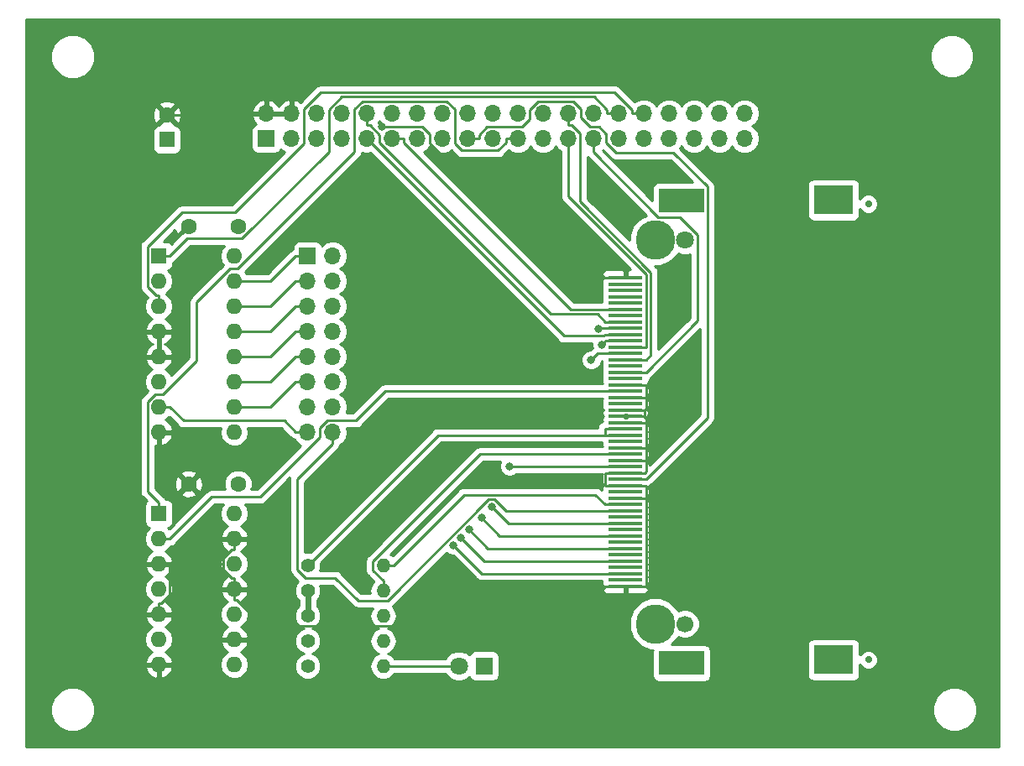
<source format=gtl>
G04 #@! TF.GenerationSoftware,KiCad,Pcbnew,(5.0.0-3-g5ebb6b6)*
G04 #@! TF.CreationDate,2019-01-10T21:14:54+09:00*
G04 #@! TF.ProjectId,SBC80-CF,53424338302D43462E6B696361645F70,rev?*
G04 #@! TF.SameCoordinates,Original*
G04 #@! TF.FileFunction,Copper,L1,Top,Signal*
G04 #@! TF.FilePolarity,Positive*
%FSLAX46Y46*%
G04 Gerber Fmt 4.6, Leading zero omitted, Abs format (unit mm)*
G04 Created by KiCad (PCBNEW (5.0.0-3-g5ebb6b6)) date *
%MOMM*%
%LPD*%
G01*
G04 APERTURE LIST*
G04 #@! TA.AperFunction,ComponentPad*
%ADD10R,1.700000X1.700000*%
G04 #@! TD*
G04 #@! TA.AperFunction,ComponentPad*
%ADD11O,1.700000X1.700000*%
G04 #@! TD*
G04 #@! TA.AperFunction,ComponentPad*
%ADD12R,1.800000X1.800000*%
G04 #@! TD*
G04 #@! TA.AperFunction,ComponentPad*
%ADD13C,1.800000*%
G04 #@! TD*
G04 #@! TA.AperFunction,ComponentPad*
%ADD14C,1.600000*%
G04 #@! TD*
G04 #@! TA.AperFunction,ComponentPad*
%ADD15R,1.600000X1.600000*%
G04 #@! TD*
G04 #@! TA.AperFunction,ComponentPad*
%ADD16C,1.400000*%
G04 #@! TD*
G04 #@! TA.AperFunction,ComponentPad*
%ADD17O,1.400000X1.400000*%
G04 #@! TD*
G04 #@! TA.AperFunction,ComponentPad*
%ADD18O,1.600000X1.600000*%
G04 #@! TD*
G04 #@! TA.AperFunction,ComponentPad*
%ADD19C,0.700000*%
G04 #@! TD*
G04 #@! TA.AperFunction,SMDPad,CuDef*
%ADD20R,4.000000X3.000000*%
G04 #@! TD*
G04 #@! TA.AperFunction,SMDPad,CuDef*
%ADD21R,3.510000X0.410000*%
G04 #@! TD*
G04 #@! TA.AperFunction,ComponentPad*
%ADD22C,3.990000*%
G04 #@! TD*
G04 #@! TA.AperFunction,ComponentPad*
%ADD23C,1.700000*%
G04 #@! TD*
G04 #@! TA.AperFunction,SMDPad,CuDef*
%ADD24R,4.570000X2.490000*%
G04 #@! TD*
G04 #@! TA.AperFunction,ViaPad*
%ADD25C,0.800000*%
G04 #@! TD*
G04 #@! TA.AperFunction,Conductor*
%ADD26C,0.250000*%
G04 #@! TD*
G04 #@! TA.AperFunction,Conductor*
%ADD27C,0.600000*%
G04 #@! TD*
G04 #@! TA.AperFunction,Conductor*
%ADD28C,0.254000*%
G04 #@! TD*
G04 APERTURE END LIST*
D10*
G04 #@! TO.P,J2,1*
G04 #@! TO.N,Net-(J2-Pad1)*
X128190000Y-68730000D03*
D11*
G04 #@! TO.P,J2,2*
G04 #@! TO.N,/~CS0*
X130730000Y-68730000D03*
G04 #@! TO.P,J2,3*
G04 #@! TO.N,Net-(J2-Pad3)*
X128190000Y-71270000D03*
G04 #@! TO.P,J2,4*
G04 #@! TO.N,/~CS0*
X130730000Y-71270000D03*
G04 #@! TO.P,J2,5*
G04 #@! TO.N,Net-(J2-Pad5)*
X128190000Y-73810000D03*
G04 #@! TO.P,J2,6*
G04 #@! TO.N,/~CS0*
X130730000Y-73810000D03*
G04 #@! TO.P,J2,7*
G04 #@! TO.N,Net-(J2-Pad7)*
X128190000Y-76350000D03*
G04 #@! TO.P,J2,8*
G04 #@! TO.N,/~CS0*
X130730000Y-76350000D03*
G04 #@! TO.P,J2,9*
G04 #@! TO.N,Net-(J2-Pad9)*
X128190000Y-78890000D03*
G04 #@! TO.P,J2,10*
G04 #@! TO.N,/~CS0*
X130730000Y-78890000D03*
G04 #@! TO.P,J2,11*
G04 #@! TO.N,Net-(J2-Pad11)*
X128190000Y-81430000D03*
G04 #@! TO.P,J2,12*
G04 #@! TO.N,/~CS0*
X130730000Y-81430000D03*
G04 #@! TO.P,J2,13*
G04 #@! TO.N,Net-(J2-Pad13)*
X128190000Y-83970000D03*
G04 #@! TO.P,J2,14*
G04 #@! TO.N,/~CS0*
X130730000Y-83970000D03*
G04 #@! TO.P,J2,15*
G04 #@! TO.N,Net-(J2-Pad15)*
X128190000Y-86510000D03*
G04 #@! TO.P,J2,16*
G04 #@! TO.N,/~CS0*
X130730000Y-86510000D03*
G04 #@! TD*
D12*
G04 #@! TO.P,D1,1*
G04 #@! TO.N,/~DASP*
X145990000Y-110110000D03*
D13*
G04 #@! TO.P,D1,2*
G04 #@! TO.N,Net-(D1-Pad2)*
X143450000Y-110110000D03*
G04 #@! TD*
D14*
G04 #@! TO.P,C1,1*
G04 #@! TO.N,VCC*
X121190000Y-65730000D03*
G04 #@! TO.P,C1,2*
G04 #@! TO.N,GND*
X116190000Y-65730000D03*
G04 #@! TD*
G04 #@! TO.P,C2,2*
G04 #@! TO.N,GND*
X116190000Y-91730000D03*
G04 #@! TO.P,C2,1*
G04 #@! TO.N,VCC*
X121190000Y-91730000D03*
G04 #@! TD*
D15*
G04 #@! TO.P,C3,1*
G04 #@! TO.N,VCC*
X114000000Y-57000000D03*
D14*
G04 #@! TO.P,C3,2*
G04 #@! TO.N,GND*
X114000000Y-54500000D03*
G04 #@! TD*
D16*
G04 #@! TO.P,R1,1*
G04 #@! TO.N,VCC*
X128210000Y-99950000D03*
D17*
G04 #@! TO.P,R1,2*
G04 #@! TO.N,/~CS1*
X135830000Y-99950000D03*
G04 #@! TD*
G04 #@! TO.P,R2,2*
G04 #@! TO.N,/~WE*
X135830000Y-102490000D03*
D16*
G04 #@! TO.P,R2,1*
G04 #@! TO.N,VCC*
X128210000Y-102490000D03*
G04 #@! TD*
G04 #@! TO.P,R3,1*
G04 #@! TO.N,VCC*
X128210000Y-105030000D03*
D17*
G04 #@! TO.P,R3,2*
G04 #@! TO.N,/~DMACK*
X135830000Y-105030000D03*
G04 #@! TD*
G04 #@! TO.P,R4,2*
G04 #@! TO.N,/~PDIAG*
X135830000Y-107570000D03*
D16*
G04 #@! TO.P,R4,1*
G04 #@! TO.N,VCC*
X128210000Y-107570000D03*
G04 #@! TD*
G04 #@! TO.P,R5,1*
G04 #@! TO.N,VCC*
X128210000Y-110110000D03*
D17*
G04 #@! TO.P,R5,2*
G04 #@! TO.N,Net-(D1-Pad2)*
X135830000Y-110110000D03*
G04 #@! TD*
D15*
G04 #@! TO.P,U1,1*
G04 #@! TO.N,/A5*
X113190000Y-68730000D03*
D18*
G04 #@! TO.P,U1,9*
G04 #@! TO.N,Net-(J2-Pad13)*
X120810000Y-86510000D03*
G04 #@! TO.P,U1,2*
G04 #@! TO.N,/A6*
X113190000Y-71270000D03*
G04 #@! TO.P,U1,10*
G04 #@! TO.N,Net-(J2-Pad11)*
X120810000Y-83970000D03*
G04 #@! TO.P,U1,3*
G04 #@! TO.N,/A7*
X113190000Y-73810000D03*
G04 #@! TO.P,U1,11*
G04 #@! TO.N,Net-(J2-Pad9)*
X120810000Y-81430000D03*
G04 #@! TO.P,U1,4*
G04 #@! TO.N,GND*
X113190000Y-76350000D03*
G04 #@! TO.P,U1,12*
G04 #@! TO.N,Net-(J2-Pad7)*
X120810000Y-78890000D03*
G04 #@! TO.P,U1,5*
G04 #@! TO.N,GND*
X113190000Y-78890000D03*
G04 #@! TO.P,U1,13*
G04 #@! TO.N,Net-(J2-Pad5)*
X120810000Y-76350000D03*
G04 #@! TO.P,U1,6*
G04 #@! TO.N,VCC*
X113190000Y-81430000D03*
G04 #@! TO.P,U1,14*
G04 #@! TO.N,Net-(J2-Pad3)*
X120810000Y-73810000D03*
G04 #@! TO.P,U1,7*
G04 #@! TO.N,Net-(J2-Pad15)*
X113190000Y-83970000D03*
G04 #@! TO.P,U1,15*
G04 #@! TO.N,Net-(J2-Pad1)*
X120810000Y-71270000D03*
G04 #@! TO.P,U1,8*
G04 #@! TO.N,GND*
X113190000Y-86510000D03*
G04 #@! TO.P,U1,16*
G04 #@! TO.N,VCC*
X120810000Y-68730000D03*
G04 #@! TD*
D15*
G04 #@! TO.P,U2,1*
G04 #@! TO.N,/RES*
X113190000Y-94730000D03*
D18*
G04 #@! TO.P,U2,8*
G04 #@! TO.N,N/C*
X120810000Y-109970000D03*
G04 #@! TO.P,U2,2*
G04 #@! TO.N,~RESET*
X113190000Y-97270000D03*
G04 #@! TO.P,U2,9*
G04 #@! TO.N,GND*
X120810000Y-107430000D03*
G04 #@! TO.P,U2,3*
X113190000Y-99810000D03*
G04 #@! TO.P,U2,10*
G04 #@! TO.N,N/C*
X120810000Y-104890000D03*
G04 #@! TO.P,U2,4*
X113190000Y-102350000D03*
G04 #@! TO.P,U2,11*
G04 #@! TO.N,GND*
X120810000Y-102350000D03*
G04 #@! TO.P,U2,5*
X113190000Y-104890000D03*
G04 #@! TO.P,U2,12*
G04 #@! TO.N,N/C*
X120810000Y-99810000D03*
G04 #@! TO.P,U2,6*
X113190000Y-107430000D03*
G04 #@! TO.P,U2,13*
G04 #@! TO.N,GND*
X120810000Y-97270000D03*
G04 #@! TO.P,U2,7*
X113190000Y-109970000D03*
G04 #@! TO.P,U2,14*
G04 #@! TO.N,VCC*
X120810000Y-94730000D03*
G04 #@! TD*
D10*
G04 #@! TO.P,J1,1*
G04 #@! TO.N,VCC*
X124019000Y-56897000D03*
D11*
G04 #@! TO.P,J1,2*
G04 #@! TO.N,GND*
X124019000Y-54357000D03*
G04 #@! TO.P,J1,3*
G04 #@! TO.N,VCC*
X126559000Y-56897000D03*
G04 #@! TO.P,J1,4*
G04 #@! TO.N,GND*
X126559000Y-54357000D03*
G04 #@! TO.P,J1,5*
G04 #@! TO.N,N/C*
X129099000Y-56897000D03*
G04 #@! TO.P,J1,6*
X129099000Y-54357000D03*
G04 #@! TO.P,J1,7*
X131639000Y-56897000D03*
G04 #@! TO.P,J1,8*
X131639000Y-54357000D03*
G04 #@! TO.P,J1,9*
G04 #@! TO.N,/D0*
X134179000Y-56897000D03*
G04 #@! TO.P,J1,10*
G04 #@! TO.N,/D1*
X134179000Y-54357000D03*
G04 #@! TO.P,J1,11*
G04 #@! TO.N,/D2*
X136719000Y-56897000D03*
G04 #@! TO.P,J1,12*
G04 #@! TO.N,/D3*
X136719000Y-54357000D03*
G04 #@! TO.P,J1,13*
G04 #@! TO.N,/D4*
X139259000Y-56897000D03*
G04 #@! TO.P,J1,14*
G04 #@! TO.N,/D5*
X139259000Y-54357000D03*
G04 #@! TO.P,J1,15*
G04 #@! TO.N,/D6*
X141799000Y-56897000D03*
G04 #@! TO.P,J1,16*
G04 #@! TO.N,/D7*
X141799000Y-54357000D03*
G04 #@! TO.P,J1,17*
G04 #@! TO.N,~IORD*
X144339000Y-56897000D03*
G04 #@! TO.P,J1,18*
G04 #@! TO.N,N/C*
X144339000Y-54357000D03*
G04 #@! TO.P,J1,19*
G04 #@! TO.N,~IOWR*
X146879000Y-56897000D03*
G04 #@! TO.P,J1,20*
G04 #@! TO.N,N/C*
X146879000Y-54357000D03*
G04 #@! TO.P,J1,21*
G04 #@! TO.N,/RES*
X149419000Y-56897000D03*
G04 #@! TO.P,J1,22*
G04 #@! TO.N,N/C*
X149419000Y-54357000D03*
G04 #@! TO.P,J1,23*
X151959000Y-56897000D03*
G04 #@! TO.P,J1,24*
X151959000Y-54357000D03*
G04 #@! TO.P,J1,25*
G04 #@! TO.N,/A0*
X154499000Y-56897000D03*
G04 #@! TO.P,J1,26*
G04 #@! TO.N,/A1*
X154499000Y-54357000D03*
G04 #@! TO.P,J1,27*
G04 #@! TO.N,/A2*
X157039000Y-56897000D03*
G04 #@! TO.P,J1,28*
G04 #@! TO.N,N/C*
X157039000Y-54357000D03*
G04 #@! TO.P,J1,29*
X159579000Y-56897000D03*
G04 #@! TO.P,J1,30*
G04 #@! TO.N,/A5*
X159579000Y-54357000D03*
G04 #@! TO.P,J1,31*
G04 #@! TO.N,/A6*
X162119000Y-56897000D03*
G04 #@! TO.P,J1,32*
G04 #@! TO.N,/A7*
X162119000Y-54357000D03*
G04 #@! TO.P,J1,33*
G04 #@! TO.N,N/C*
X164659000Y-56897000D03*
G04 #@! TO.P,J1,34*
X164659000Y-54357000D03*
G04 #@! TO.P,J1,35*
X167199000Y-56897000D03*
G04 #@! TO.P,J1,36*
X167199000Y-54357000D03*
G04 #@! TO.P,J1,37*
X169739000Y-56897000D03*
G04 #@! TO.P,J1,38*
X169739000Y-54357000D03*
G04 #@! TO.P,J1,39*
X172279000Y-56897000D03*
G04 #@! TO.P,J1,40*
X172279000Y-54357000D03*
G04 #@! TD*
D19*
G04 #@! TO.P,J3,*
G04 #@! TO.N,*
X184762000Y-109488000D03*
X184762000Y-63488000D03*
D20*
X181262000Y-109488000D03*
X181262000Y-63088000D03*
D21*
G04 #@! TO.P,J3,50*
G04 #@! TO.N,GND*
X160262000Y-70928000D03*
G04 #@! TO.P,J3,25*
G04 #@! TO.N,/~CD2*
X160262000Y-71568000D03*
G04 #@! TO.P,J3,49*
G04 #@! TO.N,/D10*
X160262000Y-72198000D03*
G04 #@! TO.P,J3,24*
G04 #@! TO.N,/~IOCS16*
X160262000Y-72838000D03*
G04 #@! TO.P,J3,48*
G04 #@! TO.N,/D9*
X160262000Y-73468000D03*
G04 #@! TO.P,J3,23*
G04 #@! TO.N,/D2*
X160262000Y-74108000D03*
G04 #@! TO.P,J3,47*
G04 #@! TO.N,/D8*
X160262000Y-74738000D03*
G04 #@! TO.P,J3,22*
G04 #@! TO.N,/D1*
X160262000Y-75378000D03*
G04 #@! TO.P,J3,46*
G04 #@! TO.N,/~PDIAG*
X160262000Y-76008000D03*
G04 #@! TO.P,J3,21*
G04 #@! TO.N,/D0*
X160262000Y-76648000D03*
G04 #@! TO.P,J3,45*
G04 #@! TO.N,/~DASP*
X160262000Y-77278000D03*
G04 #@! TO.P,J3,20*
G04 #@! TO.N,/A0*
X160262000Y-77918000D03*
G04 #@! TO.P,J3,44*
G04 #@! TO.N,/~DMACK*
X160262000Y-78548000D03*
G04 #@! TO.P,J3,19*
G04 #@! TO.N,/A1*
X160262000Y-79188000D03*
G04 #@! TO.P,J3,43*
G04 #@! TO.N,/DMREQ*
X160262000Y-79818000D03*
G04 #@! TO.P,J3,18*
G04 #@! TO.N,/A2*
X160262000Y-80458000D03*
G04 #@! TO.P,J3,42*
G04 #@! TO.N,/IORDY*
X160262000Y-81088000D03*
G04 #@! TO.P,J3,17*
G04 #@! TO.N,GND*
X160262000Y-81728000D03*
G04 #@! TO.P,J3,41*
G04 #@! TO.N,~RESET*
X160262000Y-82358000D03*
G04 #@! TO.P,J3,16*
G04 #@! TO.N,GND*
X160262000Y-82998000D03*
G04 #@! TO.P,J3,40*
G04 #@! TO.N,/VS2*
X160262000Y-83628000D03*
G04 #@! TO.P,J3,15*
G04 #@! TO.N,GND*
X160262000Y-84268000D03*
G04 #@! TO.P,J3,39*
X160262000Y-84898000D03*
G04 #@! TO.P,J3,14*
X160262000Y-85538000D03*
G04 #@! TO.P,J3,38*
G04 #@! TO.N,VCC*
X160262000Y-86168000D03*
G04 #@! TO.P,J3,13*
X160262000Y-86808000D03*
G04 #@! TO.P,J3,37*
G04 #@! TO.N,/INTRQ*
X160262000Y-87438000D03*
G04 #@! TO.P,J3,12*
G04 #@! TO.N,GND*
X160262000Y-88078000D03*
G04 #@! TO.P,J3,36*
G04 #@! TO.N,/~WE*
X160262000Y-88708000D03*
G04 #@! TO.P,J3,11*
G04 #@! TO.N,GND*
X160262000Y-89348000D03*
G04 #@! TO.P,J3,35*
G04 #@! TO.N,~IOWR*
X160262000Y-89978000D03*
G04 #@! TO.P,J3,10*
G04 #@! TO.N,GND*
X160262000Y-90618000D03*
G04 #@! TO.P,J3,34*
G04 #@! TO.N,~IORD*
X160262000Y-91248000D03*
G04 #@! TO.P,J3,9*
G04 #@! TO.N,GND*
X160262000Y-91888000D03*
G04 #@! TO.P,J3,33*
G04 #@! TO.N,/VS1*
X160262000Y-92518000D03*
G04 #@! TO.P,J3,8*
G04 #@! TO.N,GND*
X160262000Y-93158000D03*
G04 #@! TO.P,J3,32*
G04 #@! TO.N,/~CS1*
X160262000Y-93788000D03*
G04 #@! TO.P,J3,7*
G04 #@! TO.N,/~CS0*
X160262000Y-94428000D03*
G04 #@! TO.P,J3,31*
G04 #@! TO.N,/D15*
X160262000Y-95058000D03*
G04 #@! TO.P,J3,6*
G04 #@! TO.N,/D7*
X160262000Y-95698000D03*
G04 #@! TO.P,J3,30*
G04 #@! TO.N,/D14*
X160262000Y-96328000D03*
G04 #@! TO.P,J3,5*
G04 #@! TO.N,/D6*
X160262000Y-96968000D03*
G04 #@! TO.P,J3,29*
G04 #@! TO.N,/D13*
X160262000Y-97598000D03*
G04 #@! TO.P,J3,4*
G04 #@! TO.N,/D5*
X160262000Y-98238000D03*
G04 #@! TO.P,J3,28*
G04 #@! TO.N,/D12*
X160262000Y-98868000D03*
G04 #@! TO.P,J3,3*
G04 #@! TO.N,/D4*
X160262000Y-99508000D03*
G04 #@! TO.P,J3,27*
G04 #@! TO.N,/D11*
X160262000Y-100138000D03*
G04 #@! TO.P,J3,2*
G04 #@! TO.N,/D3*
X160262000Y-100778000D03*
G04 #@! TO.P,J3,26*
G04 #@! TO.N,/~CD1*
X160262000Y-101408000D03*
G04 #@! TO.P,J3,1*
G04 #@! TO.N,GND*
X160262000Y-102048000D03*
D22*
G04 #@! TO.P,J3,*
G04 #@! TO.N,*
X163262000Y-105858000D03*
X163262000Y-67118000D03*
D23*
X166262000Y-105858000D03*
D13*
X166262000Y-67118000D03*
D24*
X165932000Y-63148000D03*
X165932000Y-109828000D03*
G04 #@! TD*
D25*
G04 #@! TO.N,GND*
X135664000Y-55685700D03*
X135195000Y-75185000D03*
X135195000Y-87885000D03*
X136465000Y-95505000D03*
X159325000Y-63120000D03*
X163135000Y-59945000D03*
X165040000Y-73280000D03*
G04 #@! TO.N,/~DASP*
X157888800Y-77666300D03*
G04 #@! TO.N,/D3*
X142913600Y-97937000D03*
G04 #@! TO.N,/D4*
X143689300Y-97138700D03*
G04 #@! TO.N,/D5*
X144464700Y-96340300D03*
G04 #@! TO.N,/D6*
X145734800Y-95119800D03*
G04 #@! TO.N,/D7*
X146796100Y-94045700D03*
G04 #@! TO.N,~IOWR*
X148569400Y-89978000D03*
G04 #@! TO.N,/~DMACK*
X156802800Y-79218400D03*
G04 #@! TO.N,/~PDIAG*
X157531200Y-76059200D03*
G04 #@! TD*
D26*
G04 #@! TO.N,VCC*
X158181700Y-86808000D02*
X160262000Y-86808000D01*
X128210000Y-99950000D02*
X141352000Y-86808000D01*
X141352000Y-86808000D02*
X158181700Y-86808000D01*
X158181700Y-86808000D02*
X158181700Y-86168000D01*
X160262000Y-86168000D02*
X158181700Y-86168000D01*
D27*
X128210000Y-105030000D02*
X128210000Y-102490000D01*
D26*
G04 #@! TO.N,GND*
X160262000Y-91888000D02*
X162342300Y-91888000D01*
X162342300Y-93158000D02*
X162342300Y-91888000D01*
X162342300Y-102048000D02*
X162342300Y-93158000D01*
X162342300Y-93158000D02*
X162229700Y-93158000D01*
X122881700Y-106059700D02*
X122881700Y-105338900D01*
X122881700Y-105338900D02*
X121018100Y-103475300D01*
X121018100Y-103475300D02*
X120810000Y-103475300D01*
X121935300Y-107430000D02*
X122881700Y-106483600D01*
X122881700Y-106483600D02*
X122881700Y-106059700D01*
X158181700Y-102048000D02*
X154170000Y-106059700D01*
X154170000Y-106059700D02*
X122881700Y-106059700D01*
X160262000Y-102048000D02*
X158181700Y-102048000D01*
X160714500Y-102048000D02*
X160262000Y-102048000D01*
X160714500Y-102048000D02*
X162342300Y-102048000D01*
X162229700Y-81728000D02*
X162342300Y-81840600D01*
X162342300Y-81840600D02*
X162342300Y-82998000D01*
X160262000Y-90618000D02*
X158181700Y-90618000D01*
X160262000Y-91888000D02*
X158181700Y-91888000D01*
X158181700Y-91888000D02*
X158181700Y-90618000D01*
X158181700Y-70928000D02*
X154085100Y-70928000D01*
X154085100Y-70928000D02*
X140529000Y-57371900D01*
X140529000Y-57371900D02*
X140529000Y-56466000D01*
X140529000Y-56466000D02*
X139748700Y-55685700D01*
X139748700Y-55685700D02*
X135664000Y-55685700D01*
X160262000Y-81728000D02*
X162229700Y-81728000D01*
X160262000Y-93158000D02*
X162229700Y-93158000D01*
X162229700Y-90618000D02*
X162342300Y-90505400D01*
X162342300Y-90505400D02*
X162342300Y-89348000D01*
X160262000Y-90618000D02*
X162229700Y-90618000D01*
X160262000Y-70928000D02*
X158181700Y-70928000D01*
X120810000Y-102350000D02*
X120810000Y-103475300D01*
X119684700Y-99810000D02*
X119684700Y-99239200D01*
X119684700Y-99239200D02*
X120528600Y-98395300D01*
X120528600Y-98395300D02*
X120810000Y-98395300D01*
X120810000Y-101224700D02*
X120528700Y-101224700D01*
X120528700Y-101224700D02*
X119684700Y-100380700D01*
X119684700Y-100380700D02*
X119684700Y-99810000D01*
X119684700Y-99810000D02*
X114315300Y-99810000D01*
X113190000Y-104890000D02*
X113190000Y-103764700D01*
X113190000Y-103764700D02*
X113471400Y-103764700D01*
X113471400Y-103764700D02*
X114315300Y-102920800D01*
X114315300Y-102920800D02*
X114315300Y-99810000D01*
X113190000Y-99810000D02*
X114315300Y-99810000D01*
X120810000Y-97270000D02*
X120810000Y-98395300D01*
X120810000Y-102350000D02*
X120810000Y-101224700D01*
X116190000Y-91730000D02*
X113190000Y-88730000D01*
X113190000Y-88730000D02*
X113190000Y-86510000D01*
X162229700Y-84268000D02*
X162342300Y-84155400D01*
X162342300Y-84155400D02*
X162342300Y-82998000D01*
X162100100Y-84898000D02*
X162342300Y-85140200D01*
X162342300Y-85140200D02*
X162342300Y-85538000D01*
X162100100Y-84898000D02*
X162110100Y-84898000D01*
X161189600Y-84898000D02*
X162100100Y-84898000D01*
X160577000Y-84898000D02*
X161189600Y-84898000D01*
X160262000Y-85538000D02*
X162342300Y-85538000D01*
X160262000Y-84898000D02*
X160577000Y-84898000D01*
X162110100Y-84898000D02*
X162229700Y-84778400D01*
X162229700Y-84778400D02*
X162229700Y-84268000D01*
X160262000Y-84268000D02*
X162229700Y-84268000D01*
X124019000Y-54357000D02*
X122843700Y-54357000D01*
X114000000Y-54500000D02*
X122700700Y-54500000D01*
X122700700Y-54500000D02*
X122843700Y-54357000D01*
X120810000Y-107430000D02*
X121935300Y-107430000D01*
X162342300Y-88078000D02*
X162342300Y-85538000D01*
X162229700Y-88078000D02*
X162342300Y-88078000D01*
X160262000Y-88078000D02*
X162229700Y-88078000D01*
X126559000Y-54357000D02*
X124019000Y-54357000D01*
X160262000Y-82998000D02*
X162342300Y-82998000D01*
X162342300Y-88078000D02*
X162342300Y-89348000D01*
X160262000Y-89348000D02*
X162342300Y-89348000D01*
G04 #@! TO.N,/~DASP*
X160262000Y-77278000D02*
X158181700Y-77278000D01*
X158181700Y-77278000D02*
X158181700Y-77373400D01*
X158181700Y-77373400D02*
X157888800Y-77666300D01*
G04 #@! TO.N,Net-(D1-Pad2)*
X135830000Y-110110000D02*
X143450000Y-110110000D01*
G04 #@! TO.N,/A1*
X154499000Y-54357000D02*
X154499000Y-55532300D01*
X160262000Y-79188000D02*
X162342300Y-79188000D01*
X162342300Y-79188000D02*
X162796900Y-78733400D01*
X162796900Y-78733400D02*
X162796900Y-70387800D01*
X162796900Y-70387800D02*
X155674300Y-63265200D01*
X155674300Y-63265200D02*
X155674300Y-56340200D01*
X155674300Y-56340200D02*
X154866400Y-55532300D01*
X154866400Y-55532300D02*
X154499000Y-55532300D01*
G04 #@! TO.N,/A2*
X160262000Y-80458000D02*
X162342300Y-80458000D01*
X162342300Y-80458000D02*
X167523400Y-75276900D01*
X167523400Y-75276900D02*
X167523400Y-66597500D01*
X167523400Y-66597500D02*
X165723500Y-64797600D01*
X165723500Y-64797600D02*
X163581400Y-64797600D01*
X163581400Y-64797600D02*
X157039000Y-58255200D01*
X157039000Y-58255200D02*
X157039000Y-56897000D01*
G04 #@! TO.N,/D0*
X160262000Y-76648000D02*
X158181700Y-76648000D01*
X158181700Y-76648000D02*
X158045100Y-76784600D01*
X158045100Y-76784600D02*
X154066600Y-76784600D01*
X154066600Y-76784600D02*
X134179000Y-56897000D01*
G04 #@! TO.N,/D1*
X158181700Y-75378000D02*
X157415800Y-74612100D01*
X157415800Y-74612100D02*
X152733600Y-74612100D01*
X152733600Y-74612100D02*
X135458100Y-57336600D01*
X135458100Y-57336600D02*
X135458100Y-56513800D01*
X135458100Y-56513800D02*
X134476600Y-55532300D01*
X134476600Y-55532300D02*
X134179000Y-55532300D01*
X160262000Y-75378000D02*
X158181700Y-75378000D01*
X134179000Y-54357000D02*
X134179000Y-55532300D01*
G04 #@! TO.N,/D2*
X136719000Y-56897000D02*
X137894300Y-56897000D01*
X160262000Y-74108000D02*
X154738000Y-74108000D01*
X154738000Y-74108000D02*
X137894300Y-57264300D01*
X137894300Y-57264300D02*
X137894300Y-56897000D01*
G04 #@! TO.N,/D3*
X160262000Y-100778000D02*
X145754600Y-100778000D01*
X145754600Y-100778000D02*
X142913600Y-97937000D01*
G04 #@! TO.N,/D4*
X160262000Y-99508000D02*
X146058600Y-99508000D01*
X146058600Y-99508000D02*
X143689300Y-97138700D01*
G04 #@! TO.N,/D5*
X160262000Y-98238000D02*
X146362400Y-98238000D01*
X146362400Y-98238000D02*
X144464700Y-96340300D01*
G04 #@! TO.N,/D6*
X160262000Y-96968000D02*
X147583000Y-96968000D01*
X147583000Y-96968000D02*
X145734800Y-95119800D01*
G04 #@! TO.N,/D7*
X160262000Y-95698000D02*
X148448400Y-95698000D01*
X148448400Y-95698000D02*
X146796100Y-94045700D01*
G04 #@! TO.N,~IORD*
X144339000Y-56897000D02*
X145514300Y-56897000D01*
X160262000Y-91248000D02*
X162342300Y-91248000D01*
X162342300Y-91248000D02*
X168546800Y-85043500D01*
X168546800Y-85043500D02*
X168546800Y-61744700D01*
X168546800Y-61744700D02*
X165117100Y-58315000D01*
X165117100Y-58315000D02*
X159282900Y-58315000D01*
X159282900Y-58315000D02*
X158309000Y-57341100D01*
X158309000Y-57341100D02*
X158309000Y-56417000D01*
X158309000Y-56417000D02*
X157613700Y-55721700D01*
X157613700Y-55721700D02*
X156719500Y-55721700D01*
X156719500Y-55721700D02*
X155769000Y-54771200D01*
X155769000Y-54771200D02*
X155769000Y-53877000D01*
X155769000Y-53877000D02*
X155023900Y-53131900D01*
X155023900Y-53131900D02*
X151482400Y-53131900D01*
X151482400Y-53131900D02*
X150594400Y-54019900D01*
X150594400Y-54019900D02*
X150594400Y-54924000D01*
X150594400Y-54924000D02*
X149796700Y-55721700D01*
X149796700Y-55721700D02*
X146322200Y-55721700D01*
X146322200Y-55721700D02*
X145514300Y-56529600D01*
X145514300Y-56529600D02*
X145514300Y-56897000D01*
G04 #@! TO.N,~IOWR*
X160262000Y-89978000D02*
X148569400Y-89978000D01*
G04 #@! TO.N,/RES*
X113190000Y-94730000D02*
X113190000Y-93604700D01*
X149419000Y-56897000D02*
X148243700Y-56897000D01*
X148243700Y-56897000D02*
X148243700Y-57264300D01*
X148243700Y-57264300D02*
X147419100Y-58088900D01*
X147419100Y-58088900D02*
X143766500Y-58088900D01*
X143766500Y-58088900D02*
X143069000Y-57391400D01*
X143069000Y-57391400D02*
X143069000Y-53950400D01*
X143069000Y-53950400D02*
X142250500Y-53131900D01*
X142250500Y-53131900D02*
X133731100Y-53131900D01*
X133731100Y-53131900D02*
X132909000Y-53954000D01*
X132909000Y-53954000D02*
X132909000Y-58228500D01*
X132909000Y-58228500D02*
X121137500Y-70000000D01*
X121137500Y-70000000D02*
X120411000Y-70000000D01*
X120411000Y-70000000D02*
X117000000Y-73411000D01*
X117000000Y-73411000D02*
X117000000Y-79282000D01*
X117000000Y-79282000D02*
X113582000Y-82700000D01*
X113582000Y-82700000D02*
X112834300Y-82700000D01*
X112834300Y-82700000D02*
X112064700Y-83469600D01*
X112064700Y-83469600D02*
X112064700Y-92479400D01*
X112064700Y-92479400D02*
X113190000Y-93604700D01*
G04 #@! TO.N,/A0*
X160262000Y-77918000D02*
X162342300Y-77918000D01*
X154499000Y-56897000D02*
X154499000Y-62729700D01*
X154499000Y-62729700D02*
X162342300Y-70573000D01*
X162342300Y-70573000D02*
X162342300Y-77918000D01*
G04 #@! TO.N,Net-(J2-Pad1)*
X128190000Y-68730000D02*
X127014700Y-68730000D01*
X120810000Y-71270000D02*
X124474700Y-71270000D01*
X124474700Y-71270000D02*
X127014700Y-68730000D01*
G04 #@! TO.N,/~CS0*
X160262000Y-94428000D02*
X148204200Y-94428000D01*
X148204200Y-94428000D02*
X147066000Y-93289800D01*
X147066000Y-93289800D02*
X146481200Y-93289800D01*
X146481200Y-93289800D02*
X136252300Y-103518700D01*
X136252300Y-103518700D02*
X133293400Y-103518700D01*
X133293400Y-103518700D02*
X130994700Y-101220000D01*
X130994700Y-101220000D02*
X128021300Y-101220000D01*
X128021300Y-101220000D02*
X127157300Y-100356000D01*
X127157300Y-100356000D02*
X127157300Y-91258000D01*
X127157300Y-91258000D02*
X130730000Y-87685300D01*
X130730000Y-86510000D02*
X130730000Y-87685300D01*
G04 #@! TO.N,Net-(J2-Pad3)*
X128190000Y-71270000D02*
X127014700Y-71270000D01*
X120810000Y-73810000D02*
X124474700Y-73810000D01*
X124474700Y-73810000D02*
X127014700Y-71270000D01*
G04 #@! TO.N,Net-(J2-Pad5)*
X128190000Y-73810000D02*
X127014700Y-73810000D01*
X120810000Y-76350000D02*
X124474700Y-76350000D01*
X124474700Y-76350000D02*
X127014700Y-73810000D01*
G04 #@! TO.N,Net-(J2-Pad7)*
X128190000Y-76350000D02*
X127014700Y-76350000D01*
X120810000Y-78890000D02*
X124474700Y-78890000D01*
X124474700Y-78890000D02*
X127014700Y-76350000D01*
G04 #@! TO.N,Net-(J2-Pad9)*
X127014700Y-78890000D02*
X124474700Y-81430000D01*
X124474700Y-81430000D02*
X120810000Y-81430000D01*
X128190000Y-78890000D02*
X127014700Y-78890000D01*
G04 #@! TO.N,Net-(J2-Pad11)*
X128190000Y-81430000D02*
X127014700Y-81430000D01*
X120810000Y-83970000D02*
X124474700Y-83970000D01*
X124474700Y-83970000D02*
X127014700Y-81430000D01*
G04 #@! TO.N,Net-(J2-Pad15)*
X128190000Y-86510000D02*
X127014700Y-86510000D01*
X113190000Y-83970000D02*
X114315300Y-83970000D01*
X114315300Y-83970000D02*
X115680000Y-85334700D01*
X115680000Y-85334700D02*
X125839400Y-85334700D01*
X125839400Y-85334700D02*
X127014700Y-86510000D01*
G04 #@! TO.N,/~CS1*
X158181700Y-93788000D02*
X157221300Y-92827600D01*
X157221300Y-92827600D02*
X143977700Y-92827600D01*
X143977700Y-92827600D02*
X136855300Y-99950000D01*
X160262000Y-93788000D02*
X158181700Y-93788000D01*
X135830000Y-99950000D02*
X136855300Y-99950000D01*
G04 #@! TO.N,/~WE*
X135830000Y-101464700D02*
X134804700Y-100439400D01*
X134804700Y-100439400D02*
X134804700Y-99523900D01*
X134804700Y-99523900D02*
X145620600Y-88708000D01*
X145620600Y-88708000D02*
X158181700Y-88708000D01*
X160262000Y-88708000D02*
X158181700Y-88708000D01*
X135830000Y-102490000D02*
X135830000Y-101464700D01*
G04 #@! TO.N,~RESET*
X113190000Y-97270000D02*
X114315300Y-97270000D01*
X160262000Y-82358000D02*
X136057000Y-82358000D01*
X136057000Y-82358000D02*
X133080400Y-85334600D01*
X133080400Y-85334600D02*
X130204400Y-85334600D01*
X130204400Y-85334600D02*
X129460000Y-86079000D01*
X129460000Y-86079000D02*
X129460000Y-86982600D01*
X129460000Y-86982600D02*
X123402700Y-93039900D01*
X123402700Y-93039900D02*
X118545400Y-93039900D01*
X118545400Y-93039900D02*
X114315300Y-97270000D01*
G04 #@! TO.N,/~DMACK*
X160262000Y-78548000D02*
X157473200Y-78548000D01*
X157473200Y-78548000D02*
X156802800Y-79218400D01*
G04 #@! TO.N,/~PDIAG*
X160262000Y-76008000D02*
X157582400Y-76008000D01*
X157582400Y-76008000D02*
X157531200Y-76059200D01*
G04 #@! TO.N,/A5*
X114315300Y-68730000D02*
X116075700Y-66969600D01*
X116075700Y-66969600D02*
X121590000Y-66969600D01*
X121590000Y-66969600D02*
X130369000Y-58190600D01*
X130369000Y-58190600D02*
X130369000Y-53962400D01*
X130369000Y-53962400D02*
X131649900Y-52681500D01*
X131649900Y-52681500D02*
X157095500Y-52681500D01*
X157095500Y-52681500D02*
X158403700Y-53989700D01*
X158403700Y-53989700D02*
X158403700Y-54357000D01*
X159579000Y-54357000D02*
X158403700Y-54357000D01*
X113190000Y-68730000D02*
X114315300Y-68730000D01*
G04 #@! TO.N,/A7*
X113190000Y-73810000D02*
X113190000Y-72684700D01*
X162119000Y-54357000D02*
X160943700Y-54357000D01*
X160943700Y-54357000D02*
X160943700Y-53989700D01*
X160943700Y-53989700D02*
X159183700Y-52229700D01*
X159183700Y-52229700D02*
X129527400Y-52229700D01*
X129527400Y-52229700D02*
X127829000Y-53928100D01*
X127829000Y-53928100D02*
X127829000Y-57387900D01*
X127829000Y-57387900D02*
X120882000Y-64334900D01*
X120882000Y-64334900D02*
X115520600Y-64334900D01*
X115520600Y-64334900D02*
X112064700Y-67790800D01*
X112064700Y-67790800D02*
X112064700Y-71840800D01*
X112064700Y-71840800D02*
X112908600Y-72684700D01*
X112908600Y-72684700D02*
X113190000Y-72684700D01*
G04 #@! TD*
D28*
G04 #@! TO.N,GND*
G36*
X197933000Y-118238000D02*
X99762000Y-118238000D01*
X99762000Y-114075431D01*
X102265000Y-114075431D01*
X102265000Y-114964569D01*
X102605259Y-115786026D01*
X103233974Y-116414741D01*
X104055431Y-116755000D01*
X104944569Y-116755000D01*
X105766026Y-116414741D01*
X106394741Y-115786026D01*
X106735000Y-114964569D01*
X106735000Y-114075431D01*
X191225000Y-114075431D01*
X191225000Y-114964569D01*
X191565259Y-115786026D01*
X192193974Y-116414741D01*
X193015431Y-116755000D01*
X193904569Y-116755000D01*
X194726026Y-116414741D01*
X195354741Y-115786026D01*
X195695000Y-114964569D01*
X195695000Y-114075431D01*
X195354741Y-113253974D01*
X194726026Y-112625259D01*
X193904569Y-112285000D01*
X193015431Y-112285000D01*
X192193974Y-112625259D01*
X191565259Y-113253974D01*
X191225000Y-114075431D01*
X106735000Y-114075431D01*
X106394741Y-113253974D01*
X105766026Y-112625259D01*
X104944569Y-112285000D01*
X104055431Y-112285000D01*
X103233974Y-112625259D01*
X102605259Y-113253974D01*
X102265000Y-114075431D01*
X99762000Y-114075431D01*
X99762000Y-110319039D01*
X111798096Y-110319039D01*
X111958959Y-110707423D01*
X112334866Y-111122389D01*
X112840959Y-111361914D01*
X113063000Y-111240629D01*
X113063000Y-110097000D01*
X113317000Y-110097000D01*
X113317000Y-111240629D01*
X113539041Y-111361914D01*
X114045134Y-111122389D01*
X114421041Y-110707423D01*
X114581904Y-110319039D01*
X114459915Y-110097000D01*
X113317000Y-110097000D01*
X113063000Y-110097000D01*
X111920085Y-110097000D01*
X111798096Y-110319039D01*
X99762000Y-110319039D01*
X99762000Y-109970000D01*
X119346887Y-109970000D01*
X119458260Y-110529909D01*
X119775423Y-111004577D01*
X120250091Y-111321740D01*
X120668667Y-111405000D01*
X120951333Y-111405000D01*
X121369909Y-111321740D01*
X121844577Y-111004577D01*
X122161740Y-110529909D01*
X122273113Y-109970000D01*
X122161740Y-109410091D01*
X121844577Y-108935423D01*
X121460892Y-108679053D01*
X121665134Y-108582389D01*
X122041041Y-108167423D01*
X122201904Y-107779039D01*
X122079915Y-107557000D01*
X120937000Y-107557000D01*
X120937000Y-107577000D01*
X120683000Y-107577000D01*
X120683000Y-107557000D01*
X119540085Y-107557000D01*
X119418096Y-107779039D01*
X119578959Y-108167423D01*
X119954866Y-108582389D01*
X120159108Y-108679053D01*
X119775423Y-108935423D01*
X119458260Y-109410091D01*
X119346887Y-109970000D01*
X99762000Y-109970000D01*
X99762000Y-107430000D01*
X111726887Y-107430000D01*
X111838260Y-107989909D01*
X112155423Y-108464577D01*
X112539108Y-108720947D01*
X112334866Y-108817611D01*
X111958959Y-109232577D01*
X111798096Y-109620961D01*
X111920085Y-109843000D01*
X113063000Y-109843000D01*
X113063000Y-109823000D01*
X113317000Y-109823000D01*
X113317000Y-109843000D01*
X114459915Y-109843000D01*
X114581904Y-109620961D01*
X114421041Y-109232577D01*
X114045134Y-108817611D01*
X113840892Y-108720947D01*
X114224577Y-108464577D01*
X114541740Y-107989909D01*
X114653113Y-107430000D01*
X114541740Y-106870091D01*
X114224577Y-106395423D01*
X113840892Y-106139053D01*
X114045134Y-106042389D01*
X114421041Y-105627423D01*
X114581904Y-105239039D01*
X114459915Y-105017000D01*
X113317000Y-105017000D01*
X113317000Y-105037000D01*
X113063000Y-105037000D01*
X113063000Y-105017000D01*
X111920085Y-105017000D01*
X111798096Y-105239039D01*
X111958959Y-105627423D01*
X112334866Y-106042389D01*
X112539108Y-106139053D01*
X112155423Y-106395423D01*
X111838260Y-106870091D01*
X111726887Y-107430000D01*
X99762000Y-107430000D01*
X99762000Y-104890000D01*
X119346887Y-104890000D01*
X119458260Y-105449909D01*
X119775423Y-105924577D01*
X120159108Y-106180947D01*
X119954866Y-106277611D01*
X119578959Y-106692577D01*
X119418096Y-107080961D01*
X119540085Y-107303000D01*
X120683000Y-107303000D01*
X120683000Y-107283000D01*
X120937000Y-107283000D01*
X120937000Y-107303000D01*
X122079915Y-107303000D01*
X122201904Y-107080961D01*
X122041041Y-106692577D01*
X121665134Y-106277611D01*
X121460892Y-106180947D01*
X121844577Y-105924577D01*
X122161740Y-105449909D01*
X122273113Y-104890000D01*
X122161740Y-104330091D01*
X121844577Y-103855423D01*
X121460892Y-103599053D01*
X121665134Y-103502389D01*
X122041041Y-103087423D01*
X122201904Y-102699039D01*
X122079915Y-102477000D01*
X120937000Y-102477000D01*
X120937000Y-102497000D01*
X120683000Y-102497000D01*
X120683000Y-102477000D01*
X119540085Y-102477000D01*
X119418096Y-102699039D01*
X119578959Y-103087423D01*
X119954866Y-103502389D01*
X120159108Y-103599053D01*
X119775423Y-103855423D01*
X119458260Y-104330091D01*
X119346887Y-104890000D01*
X99762000Y-104890000D01*
X99762000Y-102350000D01*
X111726887Y-102350000D01*
X111838260Y-102909909D01*
X112155423Y-103384577D01*
X112539108Y-103640947D01*
X112334866Y-103737611D01*
X111958959Y-104152577D01*
X111798096Y-104540961D01*
X111920085Y-104763000D01*
X113063000Y-104763000D01*
X113063000Y-104743000D01*
X113317000Y-104743000D01*
X113317000Y-104763000D01*
X114459915Y-104763000D01*
X114581904Y-104540961D01*
X114421041Y-104152577D01*
X114045134Y-103737611D01*
X113840892Y-103640947D01*
X114224577Y-103384577D01*
X114541740Y-102909909D01*
X114653113Y-102350000D01*
X114541740Y-101790091D01*
X114224577Y-101315423D01*
X113840892Y-101059053D01*
X114045134Y-100962389D01*
X114421041Y-100547423D01*
X114581904Y-100159039D01*
X114459915Y-99937000D01*
X113317000Y-99937000D01*
X113317000Y-99957000D01*
X113063000Y-99957000D01*
X113063000Y-99937000D01*
X111920085Y-99937000D01*
X111798096Y-100159039D01*
X111958959Y-100547423D01*
X112334866Y-100962389D01*
X112539108Y-101059053D01*
X112155423Y-101315423D01*
X111838260Y-101790091D01*
X111726887Y-102350000D01*
X99762000Y-102350000D01*
X99762000Y-99810000D01*
X119346887Y-99810000D01*
X119458260Y-100369909D01*
X119775423Y-100844577D01*
X120159108Y-101100947D01*
X119954866Y-101197611D01*
X119578959Y-101612577D01*
X119418096Y-102000961D01*
X119540085Y-102223000D01*
X120683000Y-102223000D01*
X120683000Y-102203000D01*
X120937000Y-102203000D01*
X120937000Y-102223000D01*
X122079915Y-102223000D01*
X122201904Y-102000961D01*
X122041041Y-101612577D01*
X121665134Y-101197611D01*
X121460892Y-101100947D01*
X121844577Y-100844577D01*
X122161740Y-100369909D01*
X122273113Y-99810000D01*
X122161740Y-99250091D01*
X121844577Y-98775423D01*
X121460892Y-98519053D01*
X121665134Y-98422389D01*
X122041041Y-98007423D01*
X122201904Y-97619039D01*
X122079915Y-97397000D01*
X120937000Y-97397000D01*
X120937000Y-97417000D01*
X120683000Y-97417000D01*
X120683000Y-97397000D01*
X119540085Y-97397000D01*
X119418096Y-97619039D01*
X119578959Y-98007423D01*
X119954866Y-98422389D01*
X120159108Y-98519053D01*
X119775423Y-98775423D01*
X119458260Y-99250091D01*
X119346887Y-99810000D01*
X99762000Y-99810000D01*
X99762000Y-76699039D01*
X111798096Y-76699039D01*
X111958959Y-77087423D01*
X112334866Y-77502389D01*
X112583367Y-77620000D01*
X112334866Y-77737611D01*
X111958959Y-78152577D01*
X111798096Y-78540961D01*
X111920085Y-78763000D01*
X113063000Y-78763000D01*
X113063000Y-76477000D01*
X113317000Y-76477000D01*
X113317000Y-78763000D01*
X114459915Y-78763000D01*
X114581904Y-78540961D01*
X114421041Y-78152577D01*
X114045134Y-77737611D01*
X113796633Y-77620000D01*
X114045134Y-77502389D01*
X114421041Y-77087423D01*
X114581904Y-76699039D01*
X114459915Y-76477000D01*
X113317000Y-76477000D01*
X113063000Y-76477000D01*
X111920085Y-76477000D01*
X111798096Y-76699039D01*
X99762000Y-76699039D01*
X99762000Y-67790800D01*
X111289812Y-67790800D01*
X111304700Y-67865647D01*
X111304701Y-71765948D01*
X111289812Y-71840800D01*
X111348797Y-72137337D01*
X111474190Y-72325000D01*
X111516772Y-72388729D01*
X111580228Y-72431129D01*
X112062937Y-72913838D01*
X111838260Y-73250091D01*
X111726887Y-73810000D01*
X111838260Y-74369909D01*
X112155423Y-74844577D01*
X112539108Y-75100947D01*
X112334866Y-75197611D01*
X111958959Y-75612577D01*
X111798096Y-76000961D01*
X111920085Y-76223000D01*
X113063000Y-76223000D01*
X113063000Y-76203000D01*
X113317000Y-76203000D01*
X113317000Y-76223000D01*
X114459915Y-76223000D01*
X114581904Y-76000961D01*
X114421041Y-75612577D01*
X114045134Y-75197611D01*
X113840892Y-75100947D01*
X114224577Y-74844577D01*
X114541740Y-74369909D01*
X114653113Y-73810000D01*
X114541740Y-73250091D01*
X114224577Y-72775423D01*
X113945896Y-72589214D01*
X113928614Y-72502333D01*
X114224577Y-72304577D01*
X114541740Y-71829909D01*
X114653113Y-71270000D01*
X114541740Y-70710091D01*
X114224577Y-70235423D01*
X114103894Y-70154785D01*
X114237765Y-70128157D01*
X114447809Y-69987809D01*
X114588157Y-69777765D01*
X114637440Y-69530000D01*
X114637440Y-69428797D01*
X114863229Y-69277929D01*
X114905631Y-69214470D01*
X116390502Y-67729600D01*
X119752587Y-67729600D01*
X119458260Y-68170091D01*
X119346887Y-68730000D01*
X119458260Y-69289909D01*
X119693791Y-69642406D01*
X116515530Y-72820669D01*
X116452071Y-72863071D01*
X116284096Y-73114464D01*
X116240000Y-73336149D01*
X116240000Y-73336153D01*
X116225112Y-73411000D01*
X116240000Y-73485847D01*
X116240001Y-78967197D01*
X114459776Y-80747423D01*
X114224577Y-80395423D01*
X113840892Y-80139053D01*
X114045134Y-80042389D01*
X114421041Y-79627423D01*
X114581904Y-79239039D01*
X114459915Y-79017000D01*
X113317000Y-79017000D01*
X113317000Y-79037000D01*
X113063000Y-79037000D01*
X113063000Y-79017000D01*
X111920085Y-79017000D01*
X111798096Y-79239039D01*
X111958959Y-79627423D01*
X112334866Y-80042389D01*
X112539108Y-80139053D01*
X112155423Y-80395423D01*
X111838260Y-80870091D01*
X111726887Y-81430000D01*
X111838260Y-81989909D01*
X112091135Y-82368363D01*
X111580230Y-82879269D01*
X111516771Y-82921671D01*
X111348796Y-83173064D01*
X111304700Y-83394749D01*
X111304700Y-83394753D01*
X111289812Y-83469600D01*
X111304700Y-83544447D01*
X111304701Y-92404548D01*
X111289812Y-92479400D01*
X111348797Y-92775937D01*
X111384795Y-92829811D01*
X111516772Y-93027329D01*
X111580228Y-93069729D01*
X111962463Y-93451964D01*
X111932191Y-93472191D01*
X111791843Y-93682235D01*
X111742560Y-93930000D01*
X111742560Y-95530000D01*
X111791843Y-95777765D01*
X111932191Y-95987809D01*
X112142235Y-96128157D01*
X112276106Y-96154785D01*
X112155423Y-96235423D01*
X111838260Y-96710091D01*
X111726887Y-97270000D01*
X111838260Y-97829909D01*
X112155423Y-98304577D01*
X112539108Y-98560947D01*
X112334866Y-98657611D01*
X111958959Y-99072577D01*
X111798096Y-99460961D01*
X111920085Y-99683000D01*
X113063000Y-99683000D01*
X113063000Y-99663000D01*
X113317000Y-99663000D01*
X113317000Y-99683000D01*
X114459915Y-99683000D01*
X114581904Y-99460961D01*
X114421041Y-99072577D01*
X114045134Y-98657611D01*
X113840892Y-98560947D01*
X114224577Y-98304577D01*
X114410786Y-98025896D01*
X114611837Y-97985904D01*
X114863229Y-97817929D01*
X114905631Y-97754470D01*
X118860202Y-93799900D01*
X119705614Y-93799900D01*
X119458260Y-94170091D01*
X119346887Y-94730000D01*
X119458260Y-95289909D01*
X119775423Y-95764577D01*
X120159108Y-96020947D01*
X119954866Y-96117611D01*
X119578959Y-96532577D01*
X119418096Y-96920961D01*
X119540085Y-97143000D01*
X120683000Y-97143000D01*
X120683000Y-97123000D01*
X120937000Y-97123000D01*
X120937000Y-97143000D01*
X122079915Y-97143000D01*
X122201904Y-96920961D01*
X122041041Y-96532577D01*
X121665134Y-96117611D01*
X121460892Y-96020947D01*
X121844577Y-95764577D01*
X122161740Y-95289909D01*
X122273113Y-94730000D01*
X122161740Y-94170091D01*
X121914386Y-93799900D01*
X123327853Y-93799900D01*
X123402700Y-93814788D01*
X123477547Y-93799900D01*
X123477552Y-93799900D01*
X123699237Y-93755804D01*
X123950629Y-93587829D01*
X123993031Y-93524370D01*
X126412956Y-91104445D01*
X126382412Y-91258000D01*
X126397301Y-91332852D01*
X126397300Y-100281153D01*
X126382412Y-100356000D01*
X126397300Y-100430847D01*
X126397300Y-100430851D01*
X126441396Y-100652536D01*
X126609371Y-100903929D01*
X126672830Y-100946331D01*
X127269262Y-101542763D01*
X127078242Y-101733783D01*
X126875000Y-102224452D01*
X126875000Y-102755548D01*
X127078242Y-103246217D01*
X127275001Y-103442976D01*
X127275000Y-104077025D01*
X127078242Y-104273783D01*
X126875000Y-104764452D01*
X126875000Y-105295548D01*
X127078242Y-105786217D01*
X127453783Y-106161758D01*
X127787528Y-106300000D01*
X127453783Y-106438242D01*
X127078242Y-106813783D01*
X126875000Y-107304452D01*
X126875000Y-107835548D01*
X127078242Y-108326217D01*
X127453783Y-108701758D01*
X127787528Y-108840000D01*
X127453783Y-108978242D01*
X127078242Y-109353783D01*
X126875000Y-109844452D01*
X126875000Y-110375548D01*
X127078242Y-110866217D01*
X127453783Y-111241758D01*
X127944452Y-111445000D01*
X128475548Y-111445000D01*
X128966217Y-111241758D01*
X129341758Y-110866217D01*
X129545000Y-110375548D01*
X129545000Y-109844452D01*
X129341758Y-109353783D01*
X128966217Y-108978242D01*
X128632472Y-108840000D01*
X128966217Y-108701758D01*
X129341758Y-108326217D01*
X129545000Y-107835548D01*
X129545000Y-107304452D01*
X129341758Y-106813783D01*
X128966217Y-106438242D01*
X128632472Y-106300000D01*
X128966217Y-106161758D01*
X129341758Y-105786217D01*
X129545000Y-105295548D01*
X129545000Y-104764452D01*
X129341758Y-104273783D01*
X129145000Y-104077025D01*
X129145000Y-103442975D01*
X129341758Y-103246217D01*
X129545000Y-102755548D01*
X129545000Y-102224452D01*
X129443745Y-101980000D01*
X130679899Y-101980000D01*
X132703071Y-104003173D01*
X132745471Y-104066629D01*
X132808927Y-104109029D01*
X132996862Y-104234604D01*
X133045005Y-104244180D01*
X133218548Y-104278700D01*
X133218552Y-104278700D01*
X133293400Y-104293588D01*
X133368248Y-104278700D01*
X134726412Y-104278700D01*
X134572458Y-104509109D01*
X134468846Y-105030000D01*
X134572458Y-105550891D01*
X134867519Y-105992481D01*
X135309109Y-106287542D01*
X135371739Y-106300000D01*
X135309109Y-106312458D01*
X134867519Y-106607519D01*
X134572458Y-107049109D01*
X134468846Y-107570000D01*
X134572458Y-108090891D01*
X134867519Y-108532481D01*
X135309109Y-108827542D01*
X135371739Y-108840000D01*
X135309109Y-108852458D01*
X134867519Y-109147519D01*
X134572458Y-109589109D01*
X134468846Y-110110000D01*
X134572458Y-110630891D01*
X134867519Y-111072481D01*
X135309109Y-111367542D01*
X135698515Y-111445000D01*
X135961485Y-111445000D01*
X136350891Y-111367542D01*
X136792481Y-111072481D01*
X136927774Y-110870000D01*
X142103331Y-110870000D01*
X142148690Y-110979507D01*
X142580493Y-111411310D01*
X143144670Y-111645000D01*
X143755330Y-111645000D01*
X144319507Y-111411310D01*
X144488725Y-111242092D01*
X144491843Y-111257765D01*
X144632191Y-111467809D01*
X144842235Y-111608157D01*
X145090000Y-111657440D01*
X146890000Y-111657440D01*
X147137765Y-111608157D01*
X147347809Y-111467809D01*
X147488157Y-111257765D01*
X147537440Y-111010000D01*
X147537440Y-109210000D01*
X147488157Y-108962235D01*
X147347809Y-108752191D01*
X147137765Y-108611843D01*
X146890000Y-108562560D01*
X145090000Y-108562560D01*
X144842235Y-108611843D01*
X144632191Y-108752191D01*
X144491843Y-108962235D01*
X144488725Y-108977908D01*
X144319507Y-108808690D01*
X143755330Y-108575000D01*
X143144670Y-108575000D01*
X142580493Y-108808690D01*
X142148690Y-109240493D01*
X142103331Y-109350000D01*
X136927774Y-109350000D01*
X136792481Y-109147519D01*
X136350891Y-108852458D01*
X136288261Y-108840000D01*
X136350891Y-108827542D01*
X136792481Y-108532481D01*
X137087542Y-108090891D01*
X137191154Y-107570000D01*
X137087542Y-107049109D01*
X136792481Y-106607519D01*
X136350891Y-106312458D01*
X136288261Y-106300000D01*
X136350891Y-106287542D01*
X136792481Y-105992481D01*
X137087542Y-105550891D01*
X137130513Y-105334860D01*
X160632000Y-105334860D01*
X160632000Y-106381140D01*
X161032393Y-107347775D01*
X161772225Y-108087607D01*
X162738860Y-108488000D01*
X163018456Y-108488000D01*
X162999560Y-108583000D01*
X162999560Y-111073000D01*
X163048843Y-111320765D01*
X163189191Y-111530809D01*
X163399235Y-111671157D01*
X163647000Y-111720440D01*
X168217000Y-111720440D01*
X168464765Y-111671157D01*
X168674809Y-111530809D01*
X168815157Y-111320765D01*
X168864440Y-111073000D01*
X168864440Y-108583000D01*
X168815157Y-108335235D01*
X168674809Y-108125191D01*
X168469490Y-107988000D01*
X178614560Y-107988000D01*
X178614560Y-110988000D01*
X178663843Y-111235765D01*
X178804191Y-111445809D01*
X179014235Y-111586157D01*
X179262000Y-111635440D01*
X183262000Y-111635440D01*
X183509765Y-111586157D01*
X183719809Y-111445809D01*
X183860157Y-111235765D01*
X183909440Y-110988000D01*
X183909440Y-110003666D01*
X183926958Y-110045958D01*
X184204042Y-110323042D01*
X184566071Y-110473000D01*
X184957929Y-110473000D01*
X185319958Y-110323042D01*
X185597042Y-110045958D01*
X185747000Y-109683929D01*
X185747000Y-109292071D01*
X185597042Y-108930042D01*
X185319958Y-108652958D01*
X184957929Y-108503000D01*
X184566071Y-108503000D01*
X184204042Y-108652958D01*
X183926958Y-108930042D01*
X183909440Y-108972334D01*
X183909440Y-107988000D01*
X183860157Y-107740235D01*
X183719809Y-107530191D01*
X183509765Y-107389843D01*
X183262000Y-107340560D01*
X179262000Y-107340560D01*
X179014235Y-107389843D01*
X178804191Y-107530191D01*
X178663843Y-107740235D01*
X178614560Y-107988000D01*
X168469490Y-107988000D01*
X168464765Y-107984843D01*
X168217000Y-107935560D01*
X164903822Y-107935560D01*
X165491607Y-107347775D01*
X165562859Y-107175758D01*
X165966615Y-107343000D01*
X166557385Y-107343000D01*
X167103185Y-107116922D01*
X167520922Y-106699185D01*
X167747000Y-106153385D01*
X167747000Y-105562615D01*
X167520922Y-105016815D01*
X167103185Y-104599078D01*
X166557385Y-104373000D01*
X165966615Y-104373000D01*
X165562859Y-104540242D01*
X165491607Y-104368225D01*
X164751775Y-103628393D01*
X163785140Y-103228000D01*
X162738860Y-103228000D01*
X161772225Y-103628393D01*
X161032393Y-104368225D01*
X160632000Y-105334860D01*
X137130513Y-105334860D01*
X137191154Y-105030000D01*
X137087542Y-104509109D01*
X136794461Y-104070483D01*
X136800229Y-104066629D01*
X136842631Y-104003170D01*
X142179345Y-98666456D01*
X142327320Y-98814431D01*
X142707726Y-98972000D01*
X142873799Y-98972000D01*
X145164271Y-101262473D01*
X145206671Y-101325929D01*
X145270127Y-101368329D01*
X145458062Y-101493904D01*
X145506205Y-101503480D01*
X145679748Y-101538000D01*
X145679752Y-101538000D01*
X145754600Y-101552888D01*
X145829448Y-101538000D01*
X157859560Y-101538000D01*
X157859560Y-101613000D01*
X157877530Y-101703341D01*
X157872000Y-101716691D01*
X157872000Y-101786750D01*
X157899613Y-101814363D01*
X157908843Y-101860765D01*
X158049191Y-102070809D01*
X158168456Y-102150500D01*
X158030750Y-102150500D01*
X157872000Y-102309250D01*
X157872000Y-102379309D01*
X157968673Y-102612698D01*
X158147301Y-102791327D01*
X158380690Y-102888000D01*
X159976250Y-102888000D01*
X160135000Y-102729250D01*
X160135000Y-102260440D01*
X160389000Y-102260440D01*
X160389000Y-102729250D01*
X160547750Y-102888000D01*
X162143310Y-102888000D01*
X162376699Y-102791327D01*
X162555327Y-102612698D01*
X162652000Y-102379309D01*
X162652000Y-102309250D01*
X162493250Y-102150500D01*
X162355544Y-102150500D01*
X162474809Y-102070809D01*
X162615157Y-101860765D01*
X162624387Y-101814363D01*
X162652000Y-101786750D01*
X162652000Y-101716691D01*
X162646470Y-101703341D01*
X162664440Y-101613000D01*
X162664440Y-101203000D01*
X162642560Y-101093000D01*
X162664440Y-100983000D01*
X162664440Y-100573000D01*
X162641565Y-100458000D01*
X162664440Y-100343000D01*
X162664440Y-99933000D01*
X162642560Y-99823000D01*
X162664440Y-99713000D01*
X162664440Y-99303000D01*
X162641565Y-99188000D01*
X162664440Y-99073000D01*
X162664440Y-98663000D01*
X162642560Y-98553000D01*
X162664440Y-98443000D01*
X162664440Y-98033000D01*
X162641565Y-97918000D01*
X162664440Y-97803000D01*
X162664440Y-97393000D01*
X162642560Y-97283000D01*
X162664440Y-97173000D01*
X162664440Y-96763000D01*
X162641565Y-96648000D01*
X162664440Y-96533000D01*
X162664440Y-96123000D01*
X162642560Y-96013000D01*
X162664440Y-95903000D01*
X162664440Y-95493000D01*
X162641565Y-95378000D01*
X162664440Y-95263000D01*
X162664440Y-94853000D01*
X162642560Y-94743000D01*
X162664440Y-94633000D01*
X162664440Y-94223000D01*
X162641565Y-94108000D01*
X162664440Y-93993000D01*
X162664440Y-93583000D01*
X162647814Y-93499415D01*
X162652000Y-93489309D01*
X162652000Y-93419250D01*
X162626870Y-93394120D01*
X162615157Y-93335235D01*
X162493391Y-93153000D01*
X162615157Y-92970765D01*
X162624387Y-92924363D01*
X162652000Y-92896750D01*
X162652000Y-92826691D01*
X162646470Y-92813341D01*
X162664440Y-92723000D01*
X162664440Y-92313000D01*
X162647814Y-92229415D01*
X162652000Y-92219309D01*
X162652000Y-92149250D01*
X162626870Y-92124120D01*
X162615157Y-92065235D01*
X162581592Y-92015002D01*
X162652000Y-92015002D01*
X162652000Y-91955109D01*
X162890229Y-91795929D01*
X162932631Y-91732470D01*
X169031273Y-85633829D01*
X169094729Y-85591429D01*
X169262704Y-85340037D01*
X169306800Y-85118352D01*
X169306800Y-85118348D01*
X169321688Y-85043501D01*
X169306800Y-84968654D01*
X169306800Y-61819546D01*
X169321688Y-61744699D01*
X169306800Y-61669852D01*
X169306800Y-61669848D01*
X169290520Y-61588000D01*
X178614560Y-61588000D01*
X178614560Y-64588000D01*
X178663843Y-64835765D01*
X178804191Y-65045809D01*
X179014235Y-65186157D01*
X179262000Y-65235440D01*
X183262000Y-65235440D01*
X183509765Y-65186157D01*
X183719809Y-65045809D01*
X183860157Y-64835765D01*
X183909440Y-64588000D01*
X183909440Y-64003666D01*
X183926958Y-64045958D01*
X184204042Y-64323042D01*
X184566071Y-64473000D01*
X184957929Y-64473000D01*
X185319958Y-64323042D01*
X185597042Y-64045958D01*
X185747000Y-63683929D01*
X185747000Y-63292071D01*
X185597042Y-62930042D01*
X185319958Y-62652958D01*
X184957929Y-62503000D01*
X184566071Y-62503000D01*
X184204042Y-62652958D01*
X183926958Y-62930042D01*
X183909440Y-62972334D01*
X183909440Y-61588000D01*
X183860157Y-61340235D01*
X183719809Y-61130191D01*
X183509765Y-60989843D01*
X183262000Y-60940560D01*
X179262000Y-60940560D01*
X179014235Y-60989843D01*
X178804191Y-61130191D01*
X178663843Y-61340235D01*
X178614560Y-61588000D01*
X169290520Y-61588000D01*
X169262704Y-61448163D01*
X169094729Y-61196771D01*
X169031273Y-61154371D01*
X165775648Y-57898747D01*
X165929000Y-57669239D01*
X166128375Y-57967625D01*
X166619582Y-58295839D01*
X167052744Y-58382000D01*
X167345256Y-58382000D01*
X167778418Y-58295839D01*
X168269625Y-57967625D01*
X168469000Y-57669239D01*
X168668375Y-57967625D01*
X169159582Y-58295839D01*
X169592744Y-58382000D01*
X169885256Y-58382000D01*
X170318418Y-58295839D01*
X170809625Y-57967625D01*
X171009000Y-57669239D01*
X171208375Y-57967625D01*
X171699582Y-58295839D01*
X172132744Y-58382000D01*
X172425256Y-58382000D01*
X172858418Y-58295839D01*
X173349625Y-57967625D01*
X173677839Y-57476418D01*
X173793092Y-56897000D01*
X173677839Y-56317582D01*
X173349625Y-55826375D01*
X173051239Y-55627000D01*
X173349625Y-55427625D01*
X173677839Y-54936418D01*
X173793092Y-54357000D01*
X173677839Y-53777582D01*
X173349625Y-53286375D01*
X172858418Y-52958161D01*
X172425256Y-52872000D01*
X172132744Y-52872000D01*
X171699582Y-52958161D01*
X171208375Y-53286375D01*
X171009000Y-53584761D01*
X170809625Y-53286375D01*
X170318418Y-52958161D01*
X169885256Y-52872000D01*
X169592744Y-52872000D01*
X169159582Y-52958161D01*
X168668375Y-53286375D01*
X168469000Y-53584761D01*
X168269625Y-53286375D01*
X167778418Y-52958161D01*
X167345256Y-52872000D01*
X167052744Y-52872000D01*
X166619582Y-52958161D01*
X166128375Y-53286375D01*
X165929000Y-53584761D01*
X165729625Y-53286375D01*
X165238418Y-52958161D01*
X164805256Y-52872000D01*
X164512744Y-52872000D01*
X164079582Y-52958161D01*
X163588375Y-53286375D01*
X163389000Y-53584761D01*
X163189625Y-53286375D01*
X162698418Y-52958161D01*
X162265256Y-52872000D01*
X161972744Y-52872000D01*
X161539582Y-52958161D01*
X161208311Y-53179509D01*
X159774031Y-51745230D01*
X159731629Y-51681771D01*
X159480237Y-51513796D01*
X159258552Y-51469700D01*
X159258547Y-51469700D01*
X159183700Y-51454812D01*
X159108853Y-51469700D01*
X129602246Y-51469700D01*
X129527399Y-51454812D01*
X129452552Y-51469700D01*
X129452548Y-51469700D01*
X129230863Y-51513796D01*
X129230861Y-51513797D01*
X129230862Y-51513797D01*
X129042926Y-51639371D01*
X129042924Y-51639373D01*
X128979471Y-51681771D01*
X128937073Y-51745224D01*
X127467720Y-53214579D01*
X127325924Y-53085355D01*
X126915890Y-52915524D01*
X126686000Y-53036845D01*
X126686000Y-54230000D01*
X126706000Y-54230000D01*
X126706000Y-54484000D01*
X126686000Y-54484000D01*
X126686000Y-54504000D01*
X126432000Y-54504000D01*
X126432000Y-54484000D01*
X124146000Y-54484000D01*
X124146000Y-54504000D01*
X123892000Y-54504000D01*
X123892000Y-54484000D01*
X122698181Y-54484000D01*
X122577514Y-54713892D01*
X122823817Y-55238358D01*
X123030855Y-55427039D01*
X122921235Y-55448843D01*
X122711191Y-55589191D01*
X122570843Y-55799235D01*
X122521560Y-56047000D01*
X122521560Y-57747000D01*
X122570843Y-57994765D01*
X122711191Y-58204809D01*
X122921235Y-58345157D01*
X123169000Y-58394440D01*
X124869000Y-58394440D01*
X125116765Y-58345157D01*
X125326809Y-58204809D01*
X125467157Y-57994765D01*
X125476184Y-57949381D01*
X125488375Y-57967625D01*
X125899661Y-58242437D01*
X120567199Y-63574900D01*
X115595448Y-63574900D01*
X115520600Y-63560012D01*
X115445752Y-63574900D01*
X115445748Y-63574900D01*
X115272205Y-63609420D01*
X115224062Y-63618996D01*
X115126884Y-63683929D01*
X114972671Y-63786971D01*
X114930271Y-63850427D01*
X111580230Y-67200469D01*
X111516771Y-67242871D01*
X111348796Y-67494264D01*
X111304700Y-67715949D01*
X111304700Y-67715953D01*
X111289812Y-67790800D01*
X99762000Y-67790800D01*
X99762000Y-56200000D01*
X112552560Y-56200000D01*
X112552560Y-57800000D01*
X112601843Y-58047765D01*
X112742191Y-58257809D01*
X112952235Y-58398157D01*
X113200000Y-58447440D01*
X114800000Y-58447440D01*
X115047765Y-58398157D01*
X115257809Y-58257809D01*
X115398157Y-58047765D01*
X115447440Y-57800000D01*
X115447440Y-56200000D01*
X115398157Y-55952235D01*
X115257809Y-55742191D01*
X115047765Y-55601843D01*
X114813813Y-55555307D01*
X114828139Y-55507745D01*
X114000000Y-54679605D01*
X113171861Y-55507745D01*
X113186187Y-55555307D01*
X112952235Y-55601843D01*
X112742191Y-55742191D01*
X112601843Y-55952235D01*
X112552560Y-56200000D01*
X99762000Y-56200000D01*
X99762000Y-54283223D01*
X112553035Y-54283223D01*
X112580222Y-54853454D01*
X112746136Y-55254005D01*
X112992255Y-55328139D01*
X113820395Y-54500000D01*
X114179605Y-54500000D01*
X115007745Y-55328139D01*
X115253864Y-55254005D01*
X115446965Y-54716777D01*
X115419778Y-54146546D01*
X115359122Y-54000108D01*
X122577514Y-54000108D01*
X122698181Y-54230000D01*
X123892000Y-54230000D01*
X123892000Y-53036845D01*
X124146000Y-53036845D01*
X124146000Y-54230000D01*
X126432000Y-54230000D01*
X126432000Y-53036845D01*
X126202110Y-52915524D01*
X125792076Y-53085355D01*
X125363817Y-53475642D01*
X125289000Y-53634954D01*
X125214183Y-53475642D01*
X124785924Y-53085355D01*
X124375890Y-52915524D01*
X124146000Y-53036845D01*
X123892000Y-53036845D01*
X123662110Y-52915524D01*
X123252076Y-53085355D01*
X122823817Y-53475642D01*
X122577514Y-54000108D01*
X115359122Y-54000108D01*
X115253864Y-53745995D01*
X115007745Y-53671861D01*
X114179605Y-54500000D01*
X113820395Y-54500000D01*
X112992255Y-53671861D01*
X112746136Y-53745995D01*
X112553035Y-54283223D01*
X99762000Y-54283223D01*
X99762000Y-53492255D01*
X113171861Y-53492255D01*
X114000000Y-54320395D01*
X114828139Y-53492255D01*
X114754005Y-53246136D01*
X114216777Y-53053035D01*
X113646546Y-53080222D01*
X113245995Y-53246136D01*
X113171861Y-53492255D01*
X99762000Y-53492255D01*
X99762000Y-48165431D01*
X102275000Y-48165431D01*
X102275000Y-49054569D01*
X102615259Y-49876026D01*
X103243974Y-50504741D01*
X104065431Y-50845000D01*
X104954569Y-50845000D01*
X105776026Y-50504741D01*
X106404741Y-49876026D01*
X106745000Y-49054569D01*
X106745000Y-48165431D01*
X106732574Y-48135431D01*
X190955000Y-48135431D01*
X190955000Y-49024569D01*
X191295259Y-49846026D01*
X191923974Y-50474741D01*
X192745431Y-50815000D01*
X193634569Y-50815000D01*
X194456026Y-50474741D01*
X195084741Y-49846026D01*
X195425000Y-49024569D01*
X195425000Y-48135431D01*
X195084741Y-47313974D01*
X194456026Y-46685259D01*
X193634569Y-46345000D01*
X192745431Y-46345000D01*
X191923974Y-46685259D01*
X191295259Y-47313974D01*
X190955000Y-48135431D01*
X106732574Y-48135431D01*
X106404741Y-47343974D01*
X105776026Y-46715259D01*
X104954569Y-46375000D01*
X104065431Y-46375000D01*
X103243974Y-46715259D01*
X102615259Y-47343974D01*
X102275000Y-48165431D01*
X99762000Y-48165431D01*
X99762000Y-44832000D01*
X197933000Y-44832000D01*
X197933000Y-118238000D01*
X197933000Y-118238000D01*
G37*
X197933000Y-118238000D02*
X99762000Y-118238000D01*
X99762000Y-114075431D01*
X102265000Y-114075431D01*
X102265000Y-114964569D01*
X102605259Y-115786026D01*
X103233974Y-116414741D01*
X104055431Y-116755000D01*
X104944569Y-116755000D01*
X105766026Y-116414741D01*
X106394741Y-115786026D01*
X106735000Y-114964569D01*
X106735000Y-114075431D01*
X191225000Y-114075431D01*
X191225000Y-114964569D01*
X191565259Y-115786026D01*
X192193974Y-116414741D01*
X193015431Y-116755000D01*
X193904569Y-116755000D01*
X194726026Y-116414741D01*
X195354741Y-115786026D01*
X195695000Y-114964569D01*
X195695000Y-114075431D01*
X195354741Y-113253974D01*
X194726026Y-112625259D01*
X193904569Y-112285000D01*
X193015431Y-112285000D01*
X192193974Y-112625259D01*
X191565259Y-113253974D01*
X191225000Y-114075431D01*
X106735000Y-114075431D01*
X106394741Y-113253974D01*
X105766026Y-112625259D01*
X104944569Y-112285000D01*
X104055431Y-112285000D01*
X103233974Y-112625259D01*
X102605259Y-113253974D01*
X102265000Y-114075431D01*
X99762000Y-114075431D01*
X99762000Y-110319039D01*
X111798096Y-110319039D01*
X111958959Y-110707423D01*
X112334866Y-111122389D01*
X112840959Y-111361914D01*
X113063000Y-111240629D01*
X113063000Y-110097000D01*
X113317000Y-110097000D01*
X113317000Y-111240629D01*
X113539041Y-111361914D01*
X114045134Y-111122389D01*
X114421041Y-110707423D01*
X114581904Y-110319039D01*
X114459915Y-110097000D01*
X113317000Y-110097000D01*
X113063000Y-110097000D01*
X111920085Y-110097000D01*
X111798096Y-110319039D01*
X99762000Y-110319039D01*
X99762000Y-109970000D01*
X119346887Y-109970000D01*
X119458260Y-110529909D01*
X119775423Y-111004577D01*
X120250091Y-111321740D01*
X120668667Y-111405000D01*
X120951333Y-111405000D01*
X121369909Y-111321740D01*
X121844577Y-111004577D01*
X122161740Y-110529909D01*
X122273113Y-109970000D01*
X122161740Y-109410091D01*
X121844577Y-108935423D01*
X121460892Y-108679053D01*
X121665134Y-108582389D01*
X122041041Y-108167423D01*
X122201904Y-107779039D01*
X122079915Y-107557000D01*
X120937000Y-107557000D01*
X120937000Y-107577000D01*
X120683000Y-107577000D01*
X120683000Y-107557000D01*
X119540085Y-107557000D01*
X119418096Y-107779039D01*
X119578959Y-108167423D01*
X119954866Y-108582389D01*
X120159108Y-108679053D01*
X119775423Y-108935423D01*
X119458260Y-109410091D01*
X119346887Y-109970000D01*
X99762000Y-109970000D01*
X99762000Y-107430000D01*
X111726887Y-107430000D01*
X111838260Y-107989909D01*
X112155423Y-108464577D01*
X112539108Y-108720947D01*
X112334866Y-108817611D01*
X111958959Y-109232577D01*
X111798096Y-109620961D01*
X111920085Y-109843000D01*
X113063000Y-109843000D01*
X113063000Y-109823000D01*
X113317000Y-109823000D01*
X113317000Y-109843000D01*
X114459915Y-109843000D01*
X114581904Y-109620961D01*
X114421041Y-109232577D01*
X114045134Y-108817611D01*
X113840892Y-108720947D01*
X114224577Y-108464577D01*
X114541740Y-107989909D01*
X114653113Y-107430000D01*
X114541740Y-106870091D01*
X114224577Y-106395423D01*
X113840892Y-106139053D01*
X114045134Y-106042389D01*
X114421041Y-105627423D01*
X114581904Y-105239039D01*
X114459915Y-105017000D01*
X113317000Y-105017000D01*
X113317000Y-105037000D01*
X113063000Y-105037000D01*
X113063000Y-105017000D01*
X111920085Y-105017000D01*
X111798096Y-105239039D01*
X111958959Y-105627423D01*
X112334866Y-106042389D01*
X112539108Y-106139053D01*
X112155423Y-106395423D01*
X111838260Y-106870091D01*
X111726887Y-107430000D01*
X99762000Y-107430000D01*
X99762000Y-104890000D01*
X119346887Y-104890000D01*
X119458260Y-105449909D01*
X119775423Y-105924577D01*
X120159108Y-106180947D01*
X119954866Y-106277611D01*
X119578959Y-106692577D01*
X119418096Y-107080961D01*
X119540085Y-107303000D01*
X120683000Y-107303000D01*
X120683000Y-107283000D01*
X120937000Y-107283000D01*
X120937000Y-107303000D01*
X122079915Y-107303000D01*
X122201904Y-107080961D01*
X122041041Y-106692577D01*
X121665134Y-106277611D01*
X121460892Y-106180947D01*
X121844577Y-105924577D01*
X122161740Y-105449909D01*
X122273113Y-104890000D01*
X122161740Y-104330091D01*
X121844577Y-103855423D01*
X121460892Y-103599053D01*
X121665134Y-103502389D01*
X122041041Y-103087423D01*
X122201904Y-102699039D01*
X122079915Y-102477000D01*
X120937000Y-102477000D01*
X120937000Y-102497000D01*
X120683000Y-102497000D01*
X120683000Y-102477000D01*
X119540085Y-102477000D01*
X119418096Y-102699039D01*
X119578959Y-103087423D01*
X119954866Y-103502389D01*
X120159108Y-103599053D01*
X119775423Y-103855423D01*
X119458260Y-104330091D01*
X119346887Y-104890000D01*
X99762000Y-104890000D01*
X99762000Y-102350000D01*
X111726887Y-102350000D01*
X111838260Y-102909909D01*
X112155423Y-103384577D01*
X112539108Y-103640947D01*
X112334866Y-103737611D01*
X111958959Y-104152577D01*
X111798096Y-104540961D01*
X111920085Y-104763000D01*
X113063000Y-104763000D01*
X113063000Y-104743000D01*
X113317000Y-104743000D01*
X113317000Y-104763000D01*
X114459915Y-104763000D01*
X114581904Y-104540961D01*
X114421041Y-104152577D01*
X114045134Y-103737611D01*
X113840892Y-103640947D01*
X114224577Y-103384577D01*
X114541740Y-102909909D01*
X114653113Y-102350000D01*
X114541740Y-101790091D01*
X114224577Y-101315423D01*
X113840892Y-101059053D01*
X114045134Y-100962389D01*
X114421041Y-100547423D01*
X114581904Y-100159039D01*
X114459915Y-99937000D01*
X113317000Y-99937000D01*
X113317000Y-99957000D01*
X113063000Y-99957000D01*
X113063000Y-99937000D01*
X111920085Y-99937000D01*
X111798096Y-100159039D01*
X111958959Y-100547423D01*
X112334866Y-100962389D01*
X112539108Y-101059053D01*
X112155423Y-101315423D01*
X111838260Y-101790091D01*
X111726887Y-102350000D01*
X99762000Y-102350000D01*
X99762000Y-99810000D01*
X119346887Y-99810000D01*
X119458260Y-100369909D01*
X119775423Y-100844577D01*
X120159108Y-101100947D01*
X119954866Y-101197611D01*
X119578959Y-101612577D01*
X119418096Y-102000961D01*
X119540085Y-102223000D01*
X120683000Y-102223000D01*
X120683000Y-102203000D01*
X120937000Y-102203000D01*
X120937000Y-102223000D01*
X122079915Y-102223000D01*
X122201904Y-102000961D01*
X122041041Y-101612577D01*
X121665134Y-101197611D01*
X121460892Y-101100947D01*
X121844577Y-100844577D01*
X122161740Y-100369909D01*
X122273113Y-99810000D01*
X122161740Y-99250091D01*
X121844577Y-98775423D01*
X121460892Y-98519053D01*
X121665134Y-98422389D01*
X122041041Y-98007423D01*
X122201904Y-97619039D01*
X122079915Y-97397000D01*
X120937000Y-97397000D01*
X120937000Y-97417000D01*
X120683000Y-97417000D01*
X120683000Y-97397000D01*
X119540085Y-97397000D01*
X119418096Y-97619039D01*
X119578959Y-98007423D01*
X119954866Y-98422389D01*
X120159108Y-98519053D01*
X119775423Y-98775423D01*
X119458260Y-99250091D01*
X119346887Y-99810000D01*
X99762000Y-99810000D01*
X99762000Y-76699039D01*
X111798096Y-76699039D01*
X111958959Y-77087423D01*
X112334866Y-77502389D01*
X112583367Y-77620000D01*
X112334866Y-77737611D01*
X111958959Y-78152577D01*
X111798096Y-78540961D01*
X111920085Y-78763000D01*
X113063000Y-78763000D01*
X113063000Y-76477000D01*
X113317000Y-76477000D01*
X113317000Y-78763000D01*
X114459915Y-78763000D01*
X114581904Y-78540961D01*
X114421041Y-78152577D01*
X114045134Y-77737611D01*
X113796633Y-77620000D01*
X114045134Y-77502389D01*
X114421041Y-77087423D01*
X114581904Y-76699039D01*
X114459915Y-76477000D01*
X113317000Y-76477000D01*
X113063000Y-76477000D01*
X111920085Y-76477000D01*
X111798096Y-76699039D01*
X99762000Y-76699039D01*
X99762000Y-67790800D01*
X111289812Y-67790800D01*
X111304700Y-67865647D01*
X111304701Y-71765948D01*
X111289812Y-71840800D01*
X111348797Y-72137337D01*
X111474190Y-72325000D01*
X111516772Y-72388729D01*
X111580228Y-72431129D01*
X112062937Y-72913838D01*
X111838260Y-73250091D01*
X111726887Y-73810000D01*
X111838260Y-74369909D01*
X112155423Y-74844577D01*
X112539108Y-75100947D01*
X112334866Y-75197611D01*
X111958959Y-75612577D01*
X111798096Y-76000961D01*
X111920085Y-76223000D01*
X113063000Y-76223000D01*
X113063000Y-76203000D01*
X113317000Y-76203000D01*
X113317000Y-76223000D01*
X114459915Y-76223000D01*
X114581904Y-76000961D01*
X114421041Y-75612577D01*
X114045134Y-75197611D01*
X113840892Y-75100947D01*
X114224577Y-74844577D01*
X114541740Y-74369909D01*
X114653113Y-73810000D01*
X114541740Y-73250091D01*
X114224577Y-72775423D01*
X113945896Y-72589214D01*
X113928614Y-72502333D01*
X114224577Y-72304577D01*
X114541740Y-71829909D01*
X114653113Y-71270000D01*
X114541740Y-70710091D01*
X114224577Y-70235423D01*
X114103894Y-70154785D01*
X114237765Y-70128157D01*
X114447809Y-69987809D01*
X114588157Y-69777765D01*
X114637440Y-69530000D01*
X114637440Y-69428797D01*
X114863229Y-69277929D01*
X114905631Y-69214470D01*
X116390502Y-67729600D01*
X119752587Y-67729600D01*
X119458260Y-68170091D01*
X119346887Y-68730000D01*
X119458260Y-69289909D01*
X119693791Y-69642406D01*
X116515530Y-72820669D01*
X116452071Y-72863071D01*
X116284096Y-73114464D01*
X116240000Y-73336149D01*
X116240000Y-73336153D01*
X116225112Y-73411000D01*
X116240000Y-73485847D01*
X116240001Y-78967197D01*
X114459776Y-80747423D01*
X114224577Y-80395423D01*
X113840892Y-80139053D01*
X114045134Y-80042389D01*
X114421041Y-79627423D01*
X114581904Y-79239039D01*
X114459915Y-79017000D01*
X113317000Y-79017000D01*
X113317000Y-79037000D01*
X113063000Y-79037000D01*
X113063000Y-79017000D01*
X111920085Y-79017000D01*
X111798096Y-79239039D01*
X111958959Y-79627423D01*
X112334866Y-80042389D01*
X112539108Y-80139053D01*
X112155423Y-80395423D01*
X111838260Y-80870091D01*
X111726887Y-81430000D01*
X111838260Y-81989909D01*
X112091135Y-82368363D01*
X111580230Y-82879269D01*
X111516771Y-82921671D01*
X111348796Y-83173064D01*
X111304700Y-83394749D01*
X111304700Y-83394753D01*
X111289812Y-83469600D01*
X111304700Y-83544447D01*
X111304701Y-92404548D01*
X111289812Y-92479400D01*
X111348797Y-92775937D01*
X111384795Y-92829811D01*
X111516772Y-93027329D01*
X111580228Y-93069729D01*
X111962463Y-93451964D01*
X111932191Y-93472191D01*
X111791843Y-93682235D01*
X111742560Y-93930000D01*
X111742560Y-95530000D01*
X111791843Y-95777765D01*
X111932191Y-95987809D01*
X112142235Y-96128157D01*
X112276106Y-96154785D01*
X112155423Y-96235423D01*
X111838260Y-96710091D01*
X111726887Y-97270000D01*
X111838260Y-97829909D01*
X112155423Y-98304577D01*
X112539108Y-98560947D01*
X112334866Y-98657611D01*
X111958959Y-99072577D01*
X111798096Y-99460961D01*
X111920085Y-99683000D01*
X113063000Y-99683000D01*
X113063000Y-99663000D01*
X113317000Y-99663000D01*
X113317000Y-99683000D01*
X114459915Y-99683000D01*
X114581904Y-99460961D01*
X114421041Y-99072577D01*
X114045134Y-98657611D01*
X113840892Y-98560947D01*
X114224577Y-98304577D01*
X114410786Y-98025896D01*
X114611837Y-97985904D01*
X114863229Y-97817929D01*
X114905631Y-97754470D01*
X118860202Y-93799900D01*
X119705614Y-93799900D01*
X119458260Y-94170091D01*
X119346887Y-94730000D01*
X119458260Y-95289909D01*
X119775423Y-95764577D01*
X120159108Y-96020947D01*
X119954866Y-96117611D01*
X119578959Y-96532577D01*
X119418096Y-96920961D01*
X119540085Y-97143000D01*
X120683000Y-97143000D01*
X120683000Y-97123000D01*
X120937000Y-97123000D01*
X120937000Y-97143000D01*
X122079915Y-97143000D01*
X122201904Y-96920961D01*
X122041041Y-96532577D01*
X121665134Y-96117611D01*
X121460892Y-96020947D01*
X121844577Y-95764577D01*
X122161740Y-95289909D01*
X122273113Y-94730000D01*
X122161740Y-94170091D01*
X121914386Y-93799900D01*
X123327853Y-93799900D01*
X123402700Y-93814788D01*
X123477547Y-93799900D01*
X123477552Y-93799900D01*
X123699237Y-93755804D01*
X123950629Y-93587829D01*
X123993031Y-93524370D01*
X126412956Y-91104445D01*
X126382412Y-91258000D01*
X126397301Y-91332852D01*
X126397300Y-100281153D01*
X126382412Y-100356000D01*
X126397300Y-100430847D01*
X126397300Y-100430851D01*
X126441396Y-100652536D01*
X126609371Y-100903929D01*
X126672830Y-100946331D01*
X127269262Y-101542763D01*
X127078242Y-101733783D01*
X126875000Y-102224452D01*
X126875000Y-102755548D01*
X127078242Y-103246217D01*
X127275001Y-103442976D01*
X127275000Y-104077025D01*
X127078242Y-104273783D01*
X126875000Y-104764452D01*
X126875000Y-105295548D01*
X127078242Y-105786217D01*
X127453783Y-106161758D01*
X127787528Y-106300000D01*
X127453783Y-106438242D01*
X127078242Y-106813783D01*
X126875000Y-107304452D01*
X126875000Y-107835548D01*
X127078242Y-108326217D01*
X127453783Y-108701758D01*
X127787528Y-108840000D01*
X127453783Y-108978242D01*
X127078242Y-109353783D01*
X126875000Y-109844452D01*
X126875000Y-110375548D01*
X127078242Y-110866217D01*
X127453783Y-111241758D01*
X127944452Y-111445000D01*
X128475548Y-111445000D01*
X128966217Y-111241758D01*
X129341758Y-110866217D01*
X129545000Y-110375548D01*
X129545000Y-109844452D01*
X129341758Y-109353783D01*
X128966217Y-108978242D01*
X128632472Y-108840000D01*
X128966217Y-108701758D01*
X129341758Y-108326217D01*
X129545000Y-107835548D01*
X129545000Y-107304452D01*
X129341758Y-106813783D01*
X128966217Y-106438242D01*
X128632472Y-106300000D01*
X128966217Y-106161758D01*
X129341758Y-105786217D01*
X129545000Y-105295548D01*
X129545000Y-104764452D01*
X129341758Y-104273783D01*
X129145000Y-104077025D01*
X129145000Y-103442975D01*
X129341758Y-103246217D01*
X129545000Y-102755548D01*
X129545000Y-102224452D01*
X129443745Y-101980000D01*
X130679899Y-101980000D01*
X132703071Y-104003173D01*
X132745471Y-104066629D01*
X132808927Y-104109029D01*
X132996862Y-104234604D01*
X133045005Y-104244180D01*
X133218548Y-104278700D01*
X133218552Y-104278700D01*
X133293400Y-104293588D01*
X133368248Y-104278700D01*
X134726412Y-104278700D01*
X134572458Y-104509109D01*
X134468846Y-105030000D01*
X134572458Y-105550891D01*
X134867519Y-105992481D01*
X135309109Y-106287542D01*
X135371739Y-106300000D01*
X135309109Y-106312458D01*
X134867519Y-106607519D01*
X134572458Y-107049109D01*
X134468846Y-107570000D01*
X134572458Y-108090891D01*
X134867519Y-108532481D01*
X135309109Y-108827542D01*
X135371739Y-108840000D01*
X135309109Y-108852458D01*
X134867519Y-109147519D01*
X134572458Y-109589109D01*
X134468846Y-110110000D01*
X134572458Y-110630891D01*
X134867519Y-111072481D01*
X135309109Y-111367542D01*
X135698515Y-111445000D01*
X135961485Y-111445000D01*
X136350891Y-111367542D01*
X136792481Y-111072481D01*
X136927774Y-110870000D01*
X142103331Y-110870000D01*
X142148690Y-110979507D01*
X142580493Y-111411310D01*
X143144670Y-111645000D01*
X143755330Y-111645000D01*
X144319507Y-111411310D01*
X144488725Y-111242092D01*
X144491843Y-111257765D01*
X144632191Y-111467809D01*
X144842235Y-111608157D01*
X145090000Y-111657440D01*
X146890000Y-111657440D01*
X147137765Y-111608157D01*
X147347809Y-111467809D01*
X147488157Y-111257765D01*
X147537440Y-111010000D01*
X147537440Y-109210000D01*
X147488157Y-108962235D01*
X147347809Y-108752191D01*
X147137765Y-108611843D01*
X146890000Y-108562560D01*
X145090000Y-108562560D01*
X144842235Y-108611843D01*
X144632191Y-108752191D01*
X144491843Y-108962235D01*
X144488725Y-108977908D01*
X144319507Y-108808690D01*
X143755330Y-108575000D01*
X143144670Y-108575000D01*
X142580493Y-108808690D01*
X142148690Y-109240493D01*
X142103331Y-109350000D01*
X136927774Y-109350000D01*
X136792481Y-109147519D01*
X136350891Y-108852458D01*
X136288261Y-108840000D01*
X136350891Y-108827542D01*
X136792481Y-108532481D01*
X137087542Y-108090891D01*
X137191154Y-107570000D01*
X137087542Y-107049109D01*
X136792481Y-106607519D01*
X136350891Y-106312458D01*
X136288261Y-106300000D01*
X136350891Y-106287542D01*
X136792481Y-105992481D01*
X137087542Y-105550891D01*
X137130513Y-105334860D01*
X160632000Y-105334860D01*
X160632000Y-106381140D01*
X161032393Y-107347775D01*
X161772225Y-108087607D01*
X162738860Y-108488000D01*
X163018456Y-108488000D01*
X162999560Y-108583000D01*
X162999560Y-111073000D01*
X163048843Y-111320765D01*
X163189191Y-111530809D01*
X163399235Y-111671157D01*
X163647000Y-111720440D01*
X168217000Y-111720440D01*
X168464765Y-111671157D01*
X168674809Y-111530809D01*
X168815157Y-111320765D01*
X168864440Y-111073000D01*
X168864440Y-108583000D01*
X168815157Y-108335235D01*
X168674809Y-108125191D01*
X168469490Y-107988000D01*
X178614560Y-107988000D01*
X178614560Y-110988000D01*
X178663843Y-111235765D01*
X178804191Y-111445809D01*
X179014235Y-111586157D01*
X179262000Y-111635440D01*
X183262000Y-111635440D01*
X183509765Y-111586157D01*
X183719809Y-111445809D01*
X183860157Y-111235765D01*
X183909440Y-110988000D01*
X183909440Y-110003666D01*
X183926958Y-110045958D01*
X184204042Y-110323042D01*
X184566071Y-110473000D01*
X184957929Y-110473000D01*
X185319958Y-110323042D01*
X185597042Y-110045958D01*
X185747000Y-109683929D01*
X185747000Y-109292071D01*
X185597042Y-108930042D01*
X185319958Y-108652958D01*
X184957929Y-108503000D01*
X184566071Y-108503000D01*
X184204042Y-108652958D01*
X183926958Y-108930042D01*
X183909440Y-108972334D01*
X183909440Y-107988000D01*
X183860157Y-107740235D01*
X183719809Y-107530191D01*
X183509765Y-107389843D01*
X183262000Y-107340560D01*
X179262000Y-107340560D01*
X179014235Y-107389843D01*
X178804191Y-107530191D01*
X178663843Y-107740235D01*
X178614560Y-107988000D01*
X168469490Y-107988000D01*
X168464765Y-107984843D01*
X168217000Y-107935560D01*
X164903822Y-107935560D01*
X165491607Y-107347775D01*
X165562859Y-107175758D01*
X165966615Y-107343000D01*
X166557385Y-107343000D01*
X167103185Y-107116922D01*
X167520922Y-106699185D01*
X167747000Y-106153385D01*
X167747000Y-105562615D01*
X167520922Y-105016815D01*
X167103185Y-104599078D01*
X166557385Y-104373000D01*
X165966615Y-104373000D01*
X165562859Y-104540242D01*
X165491607Y-104368225D01*
X164751775Y-103628393D01*
X163785140Y-103228000D01*
X162738860Y-103228000D01*
X161772225Y-103628393D01*
X161032393Y-104368225D01*
X160632000Y-105334860D01*
X137130513Y-105334860D01*
X137191154Y-105030000D01*
X137087542Y-104509109D01*
X136794461Y-104070483D01*
X136800229Y-104066629D01*
X136842631Y-104003170D01*
X142179345Y-98666456D01*
X142327320Y-98814431D01*
X142707726Y-98972000D01*
X142873799Y-98972000D01*
X145164271Y-101262473D01*
X145206671Y-101325929D01*
X145270127Y-101368329D01*
X145458062Y-101493904D01*
X145506205Y-101503480D01*
X145679748Y-101538000D01*
X145679752Y-101538000D01*
X145754600Y-101552888D01*
X145829448Y-101538000D01*
X157859560Y-101538000D01*
X157859560Y-101613000D01*
X157877530Y-101703341D01*
X157872000Y-101716691D01*
X157872000Y-101786750D01*
X157899613Y-101814363D01*
X157908843Y-101860765D01*
X158049191Y-102070809D01*
X158168456Y-102150500D01*
X158030750Y-102150500D01*
X157872000Y-102309250D01*
X157872000Y-102379309D01*
X157968673Y-102612698D01*
X158147301Y-102791327D01*
X158380690Y-102888000D01*
X159976250Y-102888000D01*
X160135000Y-102729250D01*
X160135000Y-102260440D01*
X160389000Y-102260440D01*
X160389000Y-102729250D01*
X160547750Y-102888000D01*
X162143310Y-102888000D01*
X162376699Y-102791327D01*
X162555327Y-102612698D01*
X162652000Y-102379309D01*
X162652000Y-102309250D01*
X162493250Y-102150500D01*
X162355544Y-102150500D01*
X162474809Y-102070809D01*
X162615157Y-101860765D01*
X162624387Y-101814363D01*
X162652000Y-101786750D01*
X162652000Y-101716691D01*
X162646470Y-101703341D01*
X162664440Y-101613000D01*
X162664440Y-101203000D01*
X162642560Y-101093000D01*
X162664440Y-100983000D01*
X162664440Y-100573000D01*
X162641565Y-100458000D01*
X162664440Y-100343000D01*
X162664440Y-99933000D01*
X162642560Y-99823000D01*
X162664440Y-99713000D01*
X162664440Y-99303000D01*
X162641565Y-99188000D01*
X162664440Y-99073000D01*
X162664440Y-98663000D01*
X162642560Y-98553000D01*
X162664440Y-98443000D01*
X162664440Y-98033000D01*
X162641565Y-97918000D01*
X162664440Y-97803000D01*
X162664440Y-97393000D01*
X162642560Y-97283000D01*
X162664440Y-97173000D01*
X162664440Y-96763000D01*
X162641565Y-96648000D01*
X162664440Y-96533000D01*
X162664440Y-96123000D01*
X162642560Y-96013000D01*
X162664440Y-95903000D01*
X162664440Y-95493000D01*
X162641565Y-95378000D01*
X162664440Y-95263000D01*
X162664440Y-94853000D01*
X162642560Y-94743000D01*
X162664440Y-94633000D01*
X162664440Y-94223000D01*
X162641565Y-94108000D01*
X162664440Y-93993000D01*
X162664440Y-93583000D01*
X162647814Y-93499415D01*
X162652000Y-93489309D01*
X162652000Y-93419250D01*
X162626870Y-93394120D01*
X162615157Y-93335235D01*
X162493391Y-93153000D01*
X162615157Y-92970765D01*
X162624387Y-92924363D01*
X162652000Y-92896750D01*
X162652000Y-92826691D01*
X162646470Y-92813341D01*
X162664440Y-92723000D01*
X162664440Y-92313000D01*
X162647814Y-92229415D01*
X162652000Y-92219309D01*
X162652000Y-92149250D01*
X162626870Y-92124120D01*
X162615157Y-92065235D01*
X162581592Y-92015002D01*
X162652000Y-92015002D01*
X162652000Y-91955109D01*
X162890229Y-91795929D01*
X162932631Y-91732470D01*
X169031273Y-85633829D01*
X169094729Y-85591429D01*
X169262704Y-85340037D01*
X169306800Y-85118352D01*
X169306800Y-85118348D01*
X169321688Y-85043501D01*
X169306800Y-84968654D01*
X169306800Y-61819546D01*
X169321688Y-61744699D01*
X169306800Y-61669852D01*
X169306800Y-61669848D01*
X169290520Y-61588000D01*
X178614560Y-61588000D01*
X178614560Y-64588000D01*
X178663843Y-64835765D01*
X178804191Y-65045809D01*
X179014235Y-65186157D01*
X179262000Y-65235440D01*
X183262000Y-65235440D01*
X183509765Y-65186157D01*
X183719809Y-65045809D01*
X183860157Y-64835765D01*
X183909440Y-64588000D01*
X183909440Y-64003666D01*
X183926958Y-64045958D01*
X184204042Y-64323042D01*
X184566071Y-64473000D01*
X184957929Y-64473000D01*
X185319958Y-64323042D01*
X185597042Y-64045958D01*
X185747000Y-63683929D01*
X185747000Y-63292071D01*
X185597042Y-62930042D01*
X185319958Y-62652958D01*
X184957929Y-62503000D01*
X184566071Y-62503000D01*
X184204042Y-62652958D01*
X183926958Y-62930042D01*
X183909440Y-62972334D01*
X183909440Y-61588000D01*
X183860157Y-61340235D01*
X183719809Y-61130191D01*
X183509765Y-60989843D01*
X183262000Y-60940560D01*
X179262000Y-60940560D01*
X179014235Y-60989843D01*
X178804191Y-61130191D01*
X178663843Y-61340235D01*
X178614560Y-61588000D01*
X169290520Y-61588000D01*
X169262704Y-61448163D01*
X169094729Y-61196771D01*
X169031273Y-61154371D01*
X165775648Y-57898747D01*
X165929000Y-57669239D01*
X166128375Y-57967625D01*
X166619582Y-58295839D01*
X167052744Y-58382000D01*
X167345256Y-58382000D01*
X167778418Y-58295839D01*
X168269625Y-57967625D01*
X168469000Y-57669239D01*
X168668375Y-57967625D01*
X169159582Y-58295839D01*
X169592744Y-58382000D01*
X169885256Y-58382000D01*
X170318418Y-58295839D01*
X170809625Y-57967625D01*
X171009000Y-57669239D01*
X171208375Y-57967625D01*
X171699582Y-58295839D01*
X172132744Y-58382000D01*
X172425256Y-58382000D01*
X172858418Y-58295839D01*
X173349625Y-57967625D01*
X173677839Y-57476418D01*
X173793092Y-56897000D01*
X173677839Y-56317582D01*
X173349625Y-55826375D01*
X173051239Y-55627000D01*
X173349625Y-55427625D01*
X173677839Y-54936418D01*
X173793092Y-54357000D01*
X173677839Y-53777582D01*
X173349625Y-53286375D01*
X172858418Y-52958161D01*
X172425256Y-52872000D01*
X172132744Y-52872000D01*
X171699582Y-52958161D01*
X171208375Y-53286375D01*
X171009000Y-53584761D01*
X170809625Y-53286375D01*
X170318418Y-52958161D01*
X169885256Y-52872000D01*
X169592744Y-52872000D01*
X169159582Y-52958161D01*
X168668375Y-53286375D01*
X168469000Y-53584761D01*
X168269625Y-53286375D01*
X167778418Y-52958161D01*
X167345256Y-52872000D01*
X167052744Y-52872000D01*
X166619582Y-52958161D01*
X166128375Y-53286375D01*
X165929000Y-53584761D01*
X165729625Y-53286375D01*
X165238418Y-52958161D01*
X164805256Y-52872000D01*
X164512744Y-52872000D01*
X164079582Y-52958161D01*
X163588375Y-53286375D01*
X163389000Y-53584761D01*
X163189625Y-53286375D01*
X162698418Y-52958161D01*
X162265256Y-52872000D01*
X161972744Y-52872000D01*
X161539582Y-52958161D01*
X161208311Y-53179509D01*
X159774031Y-51745230D01*
X159731629Y-51681771D01*
X159480237Y-51513796D01*
X159258552Y-51469700D01*
X159258547Y-51469700D01*
X159183700Y-51454812D01*
X159108853Y-51469700D01*
X129602246Y-51469700D01*
X129527399Y-51454812D01*
X129452552Y-51469700D01*
X129452548Y-51469700D01*
X129230863Y-51513796D01*
X129230861Y-51513797D01*
X129230862Y-51513797D01*
X129042926Y-51639371D01*
X129042924Y-51639373D01*
X128979471Y-51681771D01*
X128937073Y-51745224D01*
X127467720Y-53214579D01*
X127325924Y-53085355D01*
X126915890Y-52915524D01*
X126686000Y-53036845D01*
X126686000Y-54230000D01*
X126706000Y-54230000D01*
X126706000Y-54484000D01*
X126686000Y-54484000D01*
X126686000Y-54504000D01*
X126432000Y-54504000D01*
X126432000Y-54484000D01*
X124146000Y-54484000D01*
X124146000Y-54504000D01*
X123892000Y-54504000D01*
X123892000Y-54484000D01*
X122698181Y-54484000D01*
X122577514Y-54713892D01*
X122823817Y-55238358D01*
X123030855Y-55427039D01*
X122921235Y-55448843D01*
X122711191Y-55589191D01*
X122570843Y-55799235D01*
X122521560Y-56047000D01*
X122521560Y-57747000D01*
X122570843Y-57994765D01*
X122711191Y-58204809D01*
X122921235Y-58345157D01*
X123169000Y-58394440D01*
X124869000Y-58394440D01*
X125116765Y-58345157D01*
X125326809Y-58204809D01*
X125467157Y-57994765D01*
X125476184Y-57949381D01*
X125488375Y-57967625D01*
X125899661Y-58242437D01*
X120567199Y-63574900D01*
X115595448Y-63574900D01*
X115520600Y-63560012D01*
X115445752Y-63574900D01*
X115445748Y-63574900D01*
X115272205Y-63609420D01*
X115224062Y-63618996D01*
X115126884Y-63683929D01*
X114972671Y-63786971D01*
X114930271Y-63850427D01*
X111580230Y-67200469D01*
X111516771Y-67242871D01*
X111348796Y-67494264D01*
X111304700Y-67715949D01*
X111304700Y-67715953D01*
X111289812Y-67790800D01*
X99762000Y-67790800D01*
X99762000Y-56200000D01*
X112552560Y-56200000D01*
X112552560Y-57800000D01*
X112601843Y-58047765D01*
X112742191Y-58257809D01*
X112952235Y-58398157D01*
X113200000Y-58447440D01*
X114800000Y-58447440D01*
X115047765Y-58398157D01*
X115257809Y-58257809D01*
X115398157Y-58047765D01*
X115447440Y-57800000D01*
X115447440Y-56200000D01*
X115398157Y-55952235D01*
X115257809Y-55742191D01*
X115047765Y-55601843D01*
X114813813Y-55555307D01*
X114828139Y-55507745D01*
X114000000Y-54679605D01*
X113171861Y-55507745D01*
X113186187Y-55555307D01*
X112952235Y-55601843D01*
X112742191Y-55742191D01*
X112601843Y-55952235D01*
X112552560Y-56200000D01*
X99762000Y-56200000D01*
X99762000Y-54283223D01*
X112553035Y-54283223D01*
X112580222Y-54853454D01*
X112746136Y-55254005D01*
X112992255Y-55328139D01*
X113820395Y-54500000D01*
X114179605Y-54500000D01*
X115007745Y-55328139D01*
X115253864Y-55254005D01*
X115446965Y-54716777D01*
X115419778Y-54146546D01*
X115359122Y-54000108D01*
X122577514Y-54000108D01*
X122698181Y-54230000D01*
X123892000Y-54230000D01*
X123892000Y-53036845D01*
X124146000Y-53036845D01*
X124146000Y-54230000D01*
X126432000Y-54230000D01*
X126432000Y-53036845D01*
X126202110Y-52915524D01*
X125792076Y-53085355D01*
X125363817Y-53475642D01*
X125289000Y-53634954D01*
X125214183Y-53475642D01*
X124785924Y-53085355D01*
X124375890Y-52915524D01*
X124146000Y-53036845D01*
X123892000Y-53036845D01*
X123662110Y-52915524D01*
X123252076Y-53085355D01*
X122823817Y-53475642D01*
X122577514Y-54000108D01*
X115359122Y-54000108D01*
X115253864Y-53745995D01*
X115007745Y-53671861D01*
X114179605Y-54500000D01*
X113820395Y-54500000D01*
X112992255Y-53671861D01*
X112746136Y-53745995D01*
X112553035Y-54283223D01*
X99762000Y-54283223D01*
X99762000Y-53492255D01*
X113171861Y-53492255D01*
X114000000Y-54320395D01*
X114828139Y-53492255D01*
X114754005Y-53246136D01*
X114216777Y-53053035D01*
X113646546Y-53080222D01*
X113245995Y-53246136D01*
X113171861Y-53492255D01*
X99762000Y-53492255D01*
X99762000Y-48165431D01*
X102275000Y-48165431D01*
X102275000Y-49054569D01*
X102615259Y-49876026D01*
X103243974Y-50504741D01*
X104065431Y-50845000D01*
X104954569Y-50845000D01*
X105776026Y-50504741D01*
X106404741Y-49876026D01*
X106745000Y-49054569D01*
X106745000Y-48165431D01*
X106732574Y-48135431D01*
X190955000Y-48135431D01*
X190955000Y-49024569D01*
X191295259Y-49846026D01*
X191923974Y-50474741D01*
X192745431Y-50815000D01*
X193634569Y-50815000D01*
X194456026Y-50474741D01*
X195084741Y-49846026D01*
X195425000Y-49024569D01*
X195425000Y-48135431D01*
X195084741Y-47313974D01*
X194456026Y-46685259D01*
X193634569Y-46345000D01*
X192745431Y-46345000D01*
X191923974Y-46685259D01*
X191295259Y-47313974D01*
X190955000Y-48135431D01*
X106732574Y-48135431D01*
X106404741Y-47343974D01*
X105776026Y-46715259D01*
X104954569Y-46375000D01*
X104065431Y-46375000D01*
X103243974Y-46715259D01*
X102615259Y-47343974D01*
X102275000Y-48165431D01*
X99762000Y-48165431D01*
X99762000Y-44832000D01*
X197933000Y-44832000D01*
X197933000Y-118238000D01*
G36*
X157859560Y-87643000D02*
X157877530Y-87733341D01*
X157872000Y-87746691D01*
X157872000Y-87816750D01*
X157899613Y-87844363D01*
X157908843Y-87890765D01*
X157947087Y-87948000D01*
X145695446Y-87948000D01*
X145620599Y-87933112D01*
X145545752Y-87948000D01*
X145545748Y-87948000D01*
X145324063Y-87992096D01*
X145324061Y-87992097D01*
X145324062Y-87992097D01*
X145136126Y-88117671D01*
X145136124Y-88117673D01*
X145072671Y-88160071D01*
X145030273Y-88223524D01*
X134320228Y-98933571D01*
X134256772Y-98975971D01*
X134214372Y-99039427D01*
X134214371Y-99039428D01*
X134088797Y-99227363D01*
X134029812Y-99523900D01*
X134044701Y-99598751D01*
X134044700Y-100364552D01*
X134029812Y-100439400D01*
X134044700Y-100514247D01*
X134044700Y-100514251D01*
X134088796Y-100735936D01*
X134256771Y-100987329D01*
X134320230Y-101029731D01*
X134847691Y-101557193D01*
X134572458Y-101969109D01*
X134468846Y-102490000D01*
X134522294Y-102758700D01*
X133608202Y-102758700D01*
X131585031Y-100735530D01*
X131542629Y-100672071D01*
X131291237Y-100504096D01*
X131069552Y-100460000D01*
X131069547Y-100460000D01*
X130994700Y-100445112D01*
X130919853Y-100460000D01*
X129443745Y-100460000D01*
X129545000Y-100215548D01*
X129545000Y-99689801D01*
X141666802Y-87568000D01*
X157859560Y-87568000D01*
X157859560Y-87643000D01*
X157859560Y-87643000D01*
G37*
X157859560Y-87643000D02*
X157877530Y-87733341D01*
X157872000Y-87746691D01*
X157872000Y-87816750D01*
X157899613Y-87844363D01*
X157908843Y-87890765D01*
X157947087Y-87948000D01*
X145695446Y-87948000D01*
X145620599Y-87933112D01*
X145545752Y-87948000D01*
X145545748Y-87948000D01*
X145324063Y-87992096D01*
X145324061Y-87992097D01*
X145324062Y-87992097D01*
X145136126Y-88117671D01*
X145136124Y-88117673D01*
X145072671Y-88160071D01*
X145030273Y-88223524D01*
X134320228Y-98933571D01*
X134256772Y-98975971D01*
X134214372Y-99039427D01*
X134214371Y-99039428D01*
X134088797Y-99227363D01*
X134029812Y-99523900D01*
X134044701Y-99598751D01*
X134044700Y-100364552D01*
X134029812Y-100439400D01*
X134044700Y-100514247D01*
X134044700Y-100514251D01*
X134088796Y-100735936D01*
X134256771Y-100987329D01*
X134320230Y-101029731D01*
X134847691Y-101557193D01*
X134572458Y-101969109D01*
X134468846Y-102490000D01*
X134522294Y-102758700D01*
X133608202Y-102758700D01*
X131585031Y-100735530D01*
X131542629Y-100672071D01*
X131291237Y-100504096D01*
X131069552Y-100460000D01*
X131069547Y-100460000D01*
X130994700Y-100445112D01*
X130919853Y-100460000D01*
X129443745Y-100460000D01*
X129545000Y-100215548D01*
X129545000Y-99689801D01*
X141666802Y-87568000D01*
X157859560Y-87568000D01*
X157859560Y-87643000D01*
G36*
X147534400Y-89772126D02*
X147534400Y-90183874D01*
X147691969Y-90564280D01*
X147983120Y-90855431D01*
X148363526Y-91013000D01*
X148775274Y-91013000D01*
X149155680Y-90855431D01*
X149273111Y-90738000D01*
X157872000Y-90738000D01*
X157872000Y-90745002D01*
X157942408Y-90745002D01*
X157908843Y-90795235D01*
X157897130Y-90854120D01*
X157872000Y-90879250D01*
X157872000Y-90949309D01*
X157876186Y-90959415D01*
X157859560Y-91043000D01*
X157859560Y-91453000D01*
X157877530Y-91543341D01*
X157872000Y-91556691D01*
X157872000Y-91626750D01*
X157899613Y-91654363D01*
X157908843Y-91700765D01*
X158030609Y-91883000D01*
X157908843Y-92065235D01*
X157897130Y-92124120D01*
X157872000Y-92149250D01*
X157872000Y-92219309D01*
X157876186Y-92229415D01*
X157859560Y-92313000D01*
X157859560Y-92391059D01*
X157811631Y-92343130D01*
X157769229Y-92279671D01*
X157517837Y-92111696D01*
X157296152Y-92067600D01*
X157296147Y-92067600D01*
X157221300Y-92052712D01*
X157146453Y-92067600D01*
X144052548Y-92067600D01*
X143977700Y-92052712D01*
X143902852Y-92067600D01*
X143902848Y-92067600D01*
X143737751Y-92100440D01*
X143681162Y-92111696D01*
X143574654Y-92182863D01*
X143429771Y-92279671D01*
X143387371Y-92343127D01*
X136762807Y-98967692D01*
X136566727Y-98836675D01*
X145935403Y-89468000D01*
X147660373Y-89468000D01*
X147534400Y-89772126D01*
X147534400Y-89772126D01*
G37*
X147534400Y-89772126D02*
X147534400Y-90183874D01*
X147691969Y-90564280D01*
X147983120Y-90855431D01*
X148363526Y-91013000D01*
X148775274Y-91013000D01*
X149155680Y-90855431D01*
X149273111Y-90738000D01*
X157872000Y-90738000D01*
X157872000Y-90745002D01*
X157942408Y-90745002D01*
X157908843Y-90795235D01*
X157897130Y-90854120D01*
X157872000Y-90879250D01*
X157872000Y-90949309D01*
X157876186Y-90959415D01*
X157859560Y-91043000D01*
X157859560Y-91453000D01*
X157877530Y-91543341D01*
X157872000Y-91556691D01*
X157872000Y-91626750D01*
X157899613Y-91654363D01*
X157908843Y-91700765D01*
X158030609Y-91883000D01*
X157908843Y-92065235D01*
X157897130Y-92124120D01*
X157872000Y-92149250D01*
X157872000Y-92219309D01*
X157876186Y-92229415D01*
X157859560Y-92313000D01*
X157859560Y-92391059D01*
X157811631Y-92343130D01*
X157769229Y-92279671D01*
X157517837Y-92111696D01*
X157296152Y-92067600D01*
X157296147Y-92067600D01*
X157221300Y-92052712D01*
X157146453Y-92067600D01*
X144052548Y-92067600D01*
X143977700Y-92052712D01*
X143902852Y-92067600D01*
X143902848Y-92067600D01*
X143737751Y-92100440D01*
X143681162Y-92111696D01*
X143574654Y-92182863D01*
X143429771Y-92279671D01*
X143387371Y-92343127D01*
X136762807Y-98967692D01*
X136566727Y-98836675D01*
X145935403Y-89468000D01*
X147660373Y-89468000D01*
X147534400Y-89772126D01*
G36*
X157872000Y-83125002D02*
X157942408Y-83125002D01*
X157908843Y-83175235D01*
X157897130Y-83234120D01*
X157872000Y-83259250D01*
X157872000Y-83329309D01*
X157876186Y-83339415D01*
X157859560Y-83423000D01*
X157859560Y-83833000D01*
X157877530Y-83923341D01*
X157872000Y-83936691D01*
X157872000Y-84006750D01*
X157899613Y-84034363D01*
X157908843Y-84080765D01*
X158033960Y-84268015D01*
X157968673Y-84333302D01*
X157898475Y-84502775D01*
X157872000Y-84529250D01*
X157872000Y-84636750D01*
X157898475Y-84663225D01*
X157968673Y-84832698D01*
X158038975Y-84903000D01*
X157968673Y-84973302D01*
X157905546Y-85125704D01*
X157872000Y-85159250D01*
X157872000Y-85276750D01*
X157905546Y-85310296D01*
X157947258Y-85410998D01*
X157872000Y-85410998D01*
X157872000Y-85460891D01*
X157633771Y-85620071D01*
X157465796Y-85871463D01*
X157430681Y-86048000D01*
X141426848Y-86048000D01*
X141352000Y-86033112D01*
X141277152Y-86048000D01*
X141277148Y-86048000D01*
X141055463Y-86092096D01*
X140804071Y-86260071D01*
X140761671Y-86323527D01*
X128470199Y-98615000D01*
X127944452Y-98615000D01*
X127917300Y-98626247D01*
X127917300Y-91572801D01*
X131214473Y-88275629D01*
X131277929Y-88233229D01*
X131326812Y-88160071D01*
X131445904Y-87981838D01*
X131471022Y-87855560D01*
X131483571Y-87792474D01*
X131800625Y-87580625D01*
X132128839Y-87089418D01*
X132244092Y-86510000D01*
X132161464Y-86094600D01*
X133005553Y-86094600D01*
X133080400Y-86109488D01*
X133155247Y-86094600D01*
X133155252Y-86094600D01*
X133376937Y-86050504D01*
X133628329Y-85882529D01*
X133670731Y-85819070D01*
X136371802Y-83118000D01*
X157872000Y-83118000D01*
X157872000Y-83125002D01*
X157872000Y-83125002D01*
G37*
X157872000Y-83125002D02*
X157942408Y-83125002D01*
X157908843Y-83175235D01*
X157897130Y-83234120D01*
X157872000Y-83259250D01*
X157872000Y-83329309D01*
X157876186Y-83339415D01*
X157859560Y-83423000D01*
X157859560Y-83833000D01*
X157877530Y-83923341D01*
X157872000Y-83936691D01*
X157872000Y-84006750D01*
X157899613Y-84034363D01*
X157908843Y-84080765D01*
X158033960Y-84268015D01*
X157968673Y-84333302D01*
X157898475Y-84502775D01*
X157872000Y-84529250D01*
X157872000Y-84636750D01*
X157898475Y-84663225D01*
X157968673Y-84832698D01*
X158038975Y-84903000D01*
X157968673Y-84973302D01*
X157905546Y-85125704D01*
X157872000Y-85159250D01*
X157872000Y-85276750D01*
X157905546Y-85310296D01*
X157947258Y-85410998D01*
X157872000Y-85410998D01*
X157872000Y-85460891D01*
X157633771Y-85620071D01*
X157465796Y-85871463D01*
X157430681Y-86048000D01*
X141426848Y-86048000D01*
X141352000Y-86033112D01*
X141277152Y-86048000D01*
X141277148Y-86048000D01*
X141055463Y-86092096D01*
X140804071Y-86260071D01*
X140761671Y-86323527D01*
X128470199Y-98615000D01*
X127944452Y-98615000D01*
X127917300Y-98626247D01*
X127917300Y-91572801D01*
X131214473Y-88275629D01*
X131277929Y-88233229D01*
X131326812Y-88160071D01*
X131445904Y-87981838D01*
X131471022Y-87855560D01*
X131483571Y-87792474D01*
X131800625Y-87580625D01*
X132128839Y-87089418D01*
X132244092Y-86510000D01*
X132161464Y-86094600D01*
X133005553Y-86094600D01*
X133080400Y-86109488D01*
X133155247Y-86094600D01*
X133155252Y-86094600D01*
X133376937Y-86050504D01*
X133628329Y-85882529D01*
X133670731Y-85819070D01*
X136371802Y-83118000D01*
X157872000Y-83118000D01*
X157872000Y-83125002D01*
G36*
X115089670Y-85819172D02*
X115132071Y-85882629D01*
X115383463Y-86050604D01*
X115605148Y-86094700D01*
X115605152Y-86094700D01*
X115679999Y-86109588D01*
X115754846Y-86094700D01*
X119429495Y-86094700D01*
X119346887Y-86510000D01*
X119458260Y-87069909D01*
X119775423Y-87544577D01*
X120250091Y-87861740D01*
X120668667Y-87945000D01*
X120951333Y-87945000D01*
X121369909Y-87861740D01*
X121844577Y-87544577D01*
X122161740Y-87069909D01*
X122273113Y-86510000D01*
X122190505Y-86094700D01*
X125524599Y-86094700D01*
X126424371Y-86994473D01*
X126466771Y-87057929D01*
X126718163Y-87225904D01*
X126907526Y-87263571D01*
X127119375Y-87580625D01*
X127519691Y-87848107D01*
X123087899Y-92279900D01*
X122515457Y-92279900D01*
X122625000Y-92015439D01*
X122625000Y-91444561D01*
X122406534Y-90917138D01*
X122002862Y-90513466D01*
X121475439Y-90295000D01*
X120904561Y-90295000D01*
X120377138Y-90513466D01*
X119973466Y-90917138D01*
X119755000Y-91444561D01*
X119755000Y-92015439D01*
X119864543Y-92279900D01*
X118620248Y-92279900D01*
X118545400Y-92265012D01*
X118470552Y-92279900D01*
X118470548Y-92279900D01*
X118297005Y-92314420D01*
X118248862Y-92323996D01*
X118113155Y-92414673D01*
X117997471Y-92491971D01*
X117955071Y-92555427D01*
X114244804Y-96265695D01*
X114224577Y-96235423D01*
X114103894Y-96154785D01*
X114237765Y-96128157D01*
X114447809Y-95987809D01*
X114588157Y-95777765D01*
X114637440Y-95530000D01*
X114637440Y-93930000D01*
X114588157Y-93682235D01*
X114447809Y-93472191D01*
X114237765Y-93331843D01*
X113990000Y-93282560D01*
X113888797Y-93282560D01*
X113737929Y-93056771D01*
X113674473Y-93014371D01*
X113397847Y-92737745D01*
X115361861Y-92737745D01*
X115435995Y-92983864D01*
X115973223Y-93176965D01*
X116543454Y-93149778D01*
X116944005Y-92983864D01*
X117018139Y-92737745D01*
X116190000Y-91909605D01*
X115361861Y-92737745D01*
X113397847Y-92737745D01*
X112824700Y-92164599D01*
X112824700Y-91513223D01*
X114743035Y-91513223D01*
X114770222Y-92083454D01*
X114936136Y-92484005D01*
X115182255Y-92558139D01*
X116010395Y-91730000D01*
X116369605Y-91730000D01*
X117197745Y-92558139D01*
X117443864Y-92484005D01*
X117636965Y-91946777D01*
X117609778Y-91376546D01*
X117443864Y-90975995D01*
X117197745Y-90901861D01*
X116369605Y-91730000D01*
X116010395Y-91730000D01*
X115182255Y-90901861D01*
X114936136Y-90975995D01*
X114743035Y-91513223D01*
X112824700Y-91513223D01*
X112824700Y-90722255D01*
X115361861Y-90722255D01*
X116190000Y-91550395D01*
X117018139Y-90722255D01*
X116944005Y-90476136D01*
X116406777Y-90283035D01*
X115836546Y-90310222D01*
X115435995Y-90476136D01*
X115361861Y-90722255D01*
X112824700Y-90722255D01*
X112824700Y-87894219D01*
X112840959Y-87901914D01*
X113063000Y-87780629D01*
X113063000Y-86637000D01*
X113317000Y-86637000D01*
X113317000Y-87780629D01*
X113539041Y-87901914D01*
X114045134Y-87662389D01*
X114421041Y-87247423D01*
X114581904Y-86859039D01*
X114459915Y-86637000D01*
X113317000Y-86637000D01*
X113063000Y-86637000D01*
X113043000Y-86637000D01*
X113043000Y-86383000D01*
X113063000Y-86383000D01*
X113063000Y-86363000D01*
X113317000Y-86363000D01*
X113317000Y-86383000D01*
X114459915Y-86383000D01*
X114581904Y-86160961D01*
X114421041Y-85772577D01*
X114045134Y-85357611D01*
X113840892Y-85260947D01*
X114224577Y-85004577D01*
X114244804Y-84974305D01*
X115089670Y-85819172D01*
X115089670Y-85819172D01*
G37*
X115089670Y-85819172D02*
X115132071Y-85882629D01*
X115383463Y-86050604D01*
X115605148Y-86094700D01*
X115605152Y-86094700D01*
X115679999Y-86109588D01*
X115754846Y-86094700D01*
X119429495Y-86094700D01*
X119346887Y-86510000D01*
X119458260Y-87069909D01*
X119775423Y-87544577D01*
X120250091Y-87861740D01*
X120668667Y-87945000D01*
X120951333Y-87945000D01*
X121369909Y-87861740D01*
X121844577Y-87544577D01*
X122161740Y-87069909D01*
X122273113Y-86510000D01*
X122190505Y-86094700D01*
X125524599Y-86094700D01*
X126424371Y-86994473D01*
X126466771Y-87057929D01*
X126718163Y-87225904D01*
X126907526Y-87263571D01*
X127119375Y-87580625D01*
X127519691Y-87848107D01*
X123087899Y-92279900D01*
X122515457Y-92279900D01*
X122625000Y-92015439D01*
X122625000Y-91444561D01*
X122406534Y-90917138D01*
X122002862Y-90513466D01*
X121475439Y-90295000D01*
X120904561Y-90295000D01*
X120377138Y-90513466D01*
X119973466Y-90917138D01*
X119755000Y-91444561D01*
X119755000Y-92015439D01*
X119864543Y-92279900D01*
X118620248Y-92279900D01*
X118545400Y-92265012D01*
X118470552Y-92279900D01*
X118470548Y-92279900D01*
X118297005Y-92314420D01*
X118248862Y-92323996D01*
X118113155Y-92414673D01*
X117997471Y-92491971D01*
X117955071Y-92555427D01*
X114244804Y-96265695D01*
X114224577Y-96235423D01*
X114103894Y-96154785D01*
X114237765Y-96128157D01*
X114447809Y-95987809D01*
X114588157Y-95777765D01*
X114637440Y-95530000D01*
X114637440Y-93930000D01*
X114588157Y-93682235D01*
X114447809Y-93472191D01*
X114237765Y-93331843D01*
X113990000Y-93282560D01*
X113888797Y-93282560D01*
X113737929Y-93056771D01*
X113674473Y-93014371D01*
X113397847Y-92737745D01*
X115361861Y-92737745D01*
X115435995Y-92983864D01*
X115973223Y-93176965D01*
X116543454Y-93149778D01*
X116944005Y-92983864D01*
X117018139Y-92737745D01*
X116190000Y-91909605D01*
X115361861Y-92737745D01*
X113397847Y-92737745D01*
X112824700Y-92164599D01*
X112824700Y-91513223D01*
X114743035Y-91513223D01*
X114770222Y-92083454D01*
X114936136Y-92484005D01*
X115182255Y-92558139D01*
X116010395Y-91730000D01*
X116369605Y-91730000D01*
X117197745Y-92558139D01*
X117443864Y-92484005D01*
X117636965Y-91946777D01*
X117609778Y-91376546D01*
X117443864Y-90975995D01*
X117197745Y-90901861D01*
X116369605Y-91730000D01*
X116010395Y-91730000D01*
X115182255Y-90901861D01*
X114936136Y-90975995D01*
X114743035Y-91513223D01*
X112824700Y-91513223D01*
X112824700Y-90722255D01*
X115361861Y-90722255D01*
X116190000Y-91550395D01*
X117018139Y-90722255D01*
X116944005Y-90476136D01*
X116406777Y-90283035D01*
X115836546Y-90310222D01*
X115435995Y-90476136D01*
X115361861Y-90722255D01*
X112824700Y-90722255D01*
X112824700Y-87894219D01*
X112840959Y-87901914D01*
X113063000Y-87780629D01*
X113063000Y-86637000D01*
X113317000Y-86637000D01*
X113317000Y-87780629D01*
X113539041Y-87901914D01*
X114045134Y-87662389D01*
X114421041Y-87247423D01*
X114581904Y-86859039D01*
X114459915Y-86637000D01*
X113317000Y-86637000D01*
X113063000Y-86637000D01*
X113043000Y-86637000D01*
X113043000Y-86383000D01*
X113063000Y-86383000D01*
X113063000Y-86363000D01*
X113317000Y-86363000D01*
X113317000Y-86383000D01*
X114459915Y-86383000D01*
X114581904Y-86160961D01*
X114421041Y-85772577D01*
X114045134Y-85357611D01*
X113840892Y-85260947D01*
X114224577Y-85004577D01*
X114244804Y-84974305D01*
X115089670Y-85819172D01*
G36*
X167786800Y-84728698D02*
X162664440Y-89851059D01*
X162664440Y-89773000D01*
X162647814Y-89689415D01*
X162652000Y-89679309D01*
X162652000Y-89609250D01*
X162626870Y-89584120D01*
X162615157Y-89525235D01*
X162493391Y-89343000D01*
X162615157Y-89160765D01*
X162624387Y-89114363D01*
X162652000Y-89086750D01*
X162652000Y-89016691D01*
X162646470Y-89003341D01*
X162664440Y-88913000D01*
X162664440Y-88503000D01*
X162647814Y-88419415D01*
X162652000Y-88409309D01*
X162652000Y-88339250D01*
X162626870Y-88314120D01*
X162615157Y-88255235D01*
X162493391Y-88073000D01*
X162615157Y-87890765D01*
X162624387Y-87844363D01*
X162652000Y-87816750D01*
X162652000Y-87746691D01*
X162646470Y-87733341D01*
X162664440Y-87643000D01*
X162664440Y-87233000D01*
X162642560Y-87123000D01*
X162664440Y-87013000D01*
X162664440Y-86603000D01*
X162641565Y-86488000D01*
X162664440Y-86373000D01*
X162664440Y-85963000D01*
X162647814Y-85879415D01*
X162652000Y-85869309D01*
X162652000Y-85799250D01*
X162626870Y-85774120D01*
X162615157Y-85715235D01*
X162490040Y-85527985D01*
X162555327Y-85462698D01*
X162618454Y-85310296D01*
X162652000Y-85276750D01*
X162652000Y-85159250D01*
X162618454Y-85125704D01*
X162555327Y-84973302D01*
X162485025Y-84903000D01*
X162555327Y-84832698D01*
X162625525Y-84663225D01*
X162652000Y-84636750D01*
X162652000Y-84529250D01*
X162625525Y-84502775D01*
X162555327Y-84333302D01*
X162490040Y-84268015D01*
X162615157Y-84080765D01*
X162624387Y-84034363D01*
X162652000Y-84006750D01*
X162652000Y-83936691D01*
X162646470Y-83923341D01*
X162664440Y-83833000D01*
X162664440Y-83423000D01*
X162647814Y-83339415D01*
X162652000Y-83329309D01*
X162652000Y-83259250D01*
X162626870Y-83234120D01*
X162615157Y-83175235D01*
X162493391Y-82993000D01*
X162615157Y-82810765D01*
X162624387Y-82764363D01*
X162652000Y-82736750D01*
X162652000Y-82666691D01*
X162646470Y-82653341D01*
X162664440Y-82563000D01*
X162664440Y-82153000D01*
X162647814Y-82069415D01*
X162652000Y-82059309D01*
X162652000Y-81989250D01*
X162626870Y-81964120D01*
X162615157Y-81905235D01*
X162493391Y-81723000D01*
X162615157Y-81540765D01*
X162624387Y-81494363D01*
X162652000Y-81466750D01*
X162652000Y-81396691D01*
X162646470Y-81383341D01*
X162664440Y-81293000D01*
X162664440Y-81156797D01*
X162890229Y-81005929D01*
X162932631Y-80942470D01*
X167786800Y-76088302D01*
X167786800Y-84728698D01*
X167786800Y-84728698D01*
G37*
X167786800Y-84728698D02*
X162664440Y-89851059D01*
X162664440Y-89773000D01*
X162647814Y-89689415D01*
X162652000Y-89679309D01*
X162652000Y-89609250D01*
X162626870Y-89584120D01*
X162615157Y-89525235D01*
X162493391Y-89343000D01*
X162615157Y-89160765D01*
X162624387Y-89114363D01*
X162652000Y-89086750D01*
X162652000Y-89016691D01*
X162646470Y-89003341D01*
X162664440Y-88913000D01*
X162664440Y-88503000D01*
X162647814Y-88419415D01*
X162652000Y-88409309D01*
X162652000Y-88339250D01*
X162626870Y-88314120D01*
X162615157Y-88255235D01*
X162493391Y-88073000D01*
X162615157Y-87890765D01*
X162624387Y-87844363D01*
X162652000Y-87816750D01*
X162652000Y-87746691D01*
X162646470Y-87733341D01*
X162664440Y-87643000D01*
X162664440Y-87233000D01*
X162642560Y-87123000D01*
X162664440Y-87013000D01*
X162664440Y-86603000D01*
X162641565Y-86488000D01*
X162664440Y-86373000D01*
X162664440Y-85963000D01*
X162647814Y-85879415D01*
X162652000Y-85869309D01*
X162652000Y-85799250D01*
X162626870Y-85774120D01*
X162615157Y-85715235D01*
X162490040Y-85527985D01*
X162555327Y-85462698D01*
X162618454Y-85310296D01*
X162652000Y-85276750D01*
X162652000Y-85159250D01*
X162618454Y-85125704D01*
X162555327Y-84973302D01*
X162485025Y-84903000D01*
X162555327Y-84832698D01*
X162625525Y-84663225D01*
X162652000Y-84636750D01*
X162652000Y-84529250D01*
X162625525Y-84502775D01*
X162555327Y-84333302D01*
X162490040Y-84268015D01*
X162615157Y-84080765D01*
X162624387Y-84034363D01*
X162652000Y-84006750D01*
X162652000Y-83936691D01*
X162646470Y-83923341D01*
X162664440Y-83833000D01*
X162664440Y-83423000D01*
X162647814Y-83339415D01*
X162652000Y-83329309D01*
X162652000Y-83259250D01*
X162626870Y-83234120D01*
X162615157Y-83175235D01*
X162493391Y-82993000D01*
X162615157Y-82810765D01*
X162624387Y-82764363D01*
X162652000Y-82736750D01*
X162652000Y-82666691D01*
X162646470Y-82653341D01*
X162664440Y-82563000D01*
X162664440Y-82153000D01*
X162647814Y-82069415D01*
X162652000Y-82059309D01*
X162652000Y-81989250D01*
X162626870Y-81964120D01*
X162615157Y-81905235D01*
X162493391Y-81723000D01*
X162615157Y-81540765D01*
X162624387Y-81494363D01*
X162652000Y-81466750D01*
X162652000Y-81396691D01*
X162646470Y-81383341D01*
X162664440Y-81293000D01*
X162664440Y-81156797D01*
X162890229Y-81005929D01*
X162932631Y-80942470D01*
X167786800Y-76088302D01*
X167786800Y-84728698D01*
G36*
X160389000Y-85045000D02*
X160135000Y-85045000D01*
X160135000Y-84751000D01*
X160389000Y-84751000D01*
X160389000Y-85045000D01*
X160389000Y-85045000D01*
G37*
X160389000Y-85045000D02*
X160135000Y-85045000D01*
X160135000Y-84751000D01*
X160389000Y-84751000D01*
X160389000Y-85045000D01*
G36*
X134032744Y-58382000D02*
X134325256Y-58382000D01*
X134545408Y-58338209D01*
X153476271Y-77269073D01*
X153518671Y-77332529D01*
X153770063Y-77500504D01*
X153991748Y-77544600D01*
X153991752Y-77544600D01*
X154066600Y-77559488D01*
X154141448Y-77544600D01*
X156853800Y-77544600D01*
X156853800Y-77872174D01*
X156913854Y-78017158D01*
X156882871Y-78063527D01*
X156762998Y-78183400D01*
X156596926Y-78183400D01*
X156216520Y-78340969D01*
X155925369Y-78632120D01*
X155767800Y-79012526D01*
X155767800Y-79424274D01*
X155925369Y-79804680D01*
X156216520Y-80095831D01*
X156596926Y-80253400D01*
X157008674Y-80253400D01*
X157389080Y-80095831D01*
X157680231Y-79804680D01*
X157837800Y-79424274D01*
X157837800Y-79308000D01*
X157859560Y-79308000D01*
X157859560Y-79393000D01*
X157881440Y-79503000D01*
X157859560Y-79613000D01*
X157859560Y-80023000D01*
X157882435Y-80138000D01*
X157859560Y-80253000D01*
X157859560Y-80663000D01*
X157881440Y-80773000D01*
X157859560Y-80883000D01*
X157859560Y-81293000D01*
X157877530Y-81383341D01*
X157872000Y-81396691D01*
X157872000Y-81466750D01*
X157899613Y-81494363D01*
X157908843Y-81540765D01*
X157947087Y-81598000D01*
X136131846Y-81598000D01*
X136056999Y-81583112D01*
X135982152Y-81598000D01*
X135982148Y-81598000D01*
X135760463Y-81642096D01*
X135509071Y-81810071D01*
X135466671Y-81873527D01*
X132765599Y-84574600D01*
X132112013Y-84574600D01*
X132128839Y-84549418D01*
X132244092Y-83970000D01*
X132128839Y-83390582D01*
X131800625Y-82899375D01*
X131502239Y-82700000D01*
X131800625Y-82500625D01*
X132128839Y-82009418D01*
X132244092Y-81430000D01*
X132128839Y-80850582D01*
X131800625Y-80359375D01*
X131502239Y-80160000D01*
X131800625Y-79960625D01*
X132128839Y-79469418D01*
X132244092Y-78890000D01*
X132128839Y-78310582D01*
X131800625Y-77819375D01*
X131502239Y-77620000D01*
X131800625Y-77420625D01*
X132128839Y-76929418D01*
X132244092Y-76350000D01*
X132128839Y-75770582D01*
X131800625Y-75279375D01*
X131502239Y-75080000D01*
X131800625Y-74880625D01*
X132128839Y-74389418D01*
X132244092Y-73810000D01*
X132128839Y-73230582D01*
X131800625Y-72739375D01*
X131502239Y-72540000D01*
X131800625Y-72340625D01*
X132128839Y-71849418D01*
X132244092Y-71270000D01*
X132128839Y-70690582D01*
X131800625Y-70199375D01*
X131502239Y-70000000D01*
X131800625Y-69800625D01*
X132128839Y-69309418D01*
X132244092Y-68730000D01*
X132128839Y-68150582D01*
X131800625Y-67659375D01*
X131309418Y-67331161D01*
X130876256Y-67245000D01*
X130583744Y-67245000D01*
X130150582Y-67331161D01*
X129659375Y-67659375D01*
X129647184Y-67677619D01*
X129638157Y-67632235D01*
X129497809Y-67422191D01*
X129287765Y-67281843D01*
X129040000Y-67232560D01*
X127340000Y-67232560D01*
X127092235Y-67281843D01*
X126882191Y-67422191D01*
X126741843Y-67632235D01*
X126692560Y-67880000D01*
X126692560Y-68031204D01*
X126530226Y-68139671D01*
X126530224Y-68139673D01*
X126466771Y-68182071D01*
X126424373Y-68245524D01*
X124159899Y-70510000D01*
X122028043Y-70510000D01*
X121897569Y-70314732D01*
X133393473Y-58818829D01*
X133456929Y-58776429D01*
X133624904Y-58525037D01*
X133667795Y-58309407D01*
X134032744Y-58382000D01*
X134032744Y-58382000D01*
G37*
X134032744Y-58382000D02*
X134325256Y-58382000D01*
X134545408Y-58338209D01*
X153476271Y-77269073D01*
X153518671Y-77332529D01*
X153770063Y-77500504D01*
X153991748Y-77544600D01*
X153991752Y-77544600D01*
X154066600Y-77559488D01*
X154141448Y-77544600D01*
X156853800Y-77544600D01*
X156853800Y-77872174D01*
X156913854Y-78017158D01*
X156882871Y-78063527D01*
X156762998Y-78183400D01*
X156596926Y-78183400D01*
X156216520Y-78340969D01*
X155925369Y-78632120D01*
X155767800Y-79012526D01*
X155767800Y-79424274D01*
X155925369Y-79804680D01*
X156216520Y-80095831D01*
X156596926Y-80253400D01*
X157008674Y-80253400D01*
X157389080Y-80095831D01*
X157680231Y-79804680D01*
X157837800Y-79424274D01*
X157837800Y-79308000D01*
X157859560Y-79308000D01*
X157859560Y-79393000D01*
X157881440Y-79503000D01*
X157859560Y-79613000D01*
X157859560Y-80023000D01*
X157882435Y-80138000D01*
X157859560Y-80253000D01*
X157859560Y-80663000D01*
X157881440Y-80773000D01*
X157859560Y-80883000D01*
X157859560Y-81293000D01*
X157877530Y-81383341D01*
X157872000Y-81396691D01*
X157872000Y-81466750D01*
X157899613Y-81494363D01*
X157908843Y-81540765D01*
X157947087Y-81598000D01*
X136131846Y-81598000D01*
X136056999Y-81583112D01*
X135982152Y-81598000D01*
X135982148Y-81598000D01*
X135760463Y-81642096D01*
X135509071Y-81810071D01*
X135466671Y-81873527D01*
X132765599Y-84574600D01*
X132112013Y-84574600D01*
X132128839Y-84549418D01*
X132244092Y-83970000D01*
X132128839Y-83390582D01*
X131800625Y-82899375D01*
X131502239Y-82700000D01*
X131800625Y-82500625D01*
X132128839Y-82009418D01*
X132244092Y-81430000D01*
X132128839Y-80850582D01*
X131800625Y-80359375D01*
X131502239Y-80160000D01*
X131800625Y-79960625D01*
X132128839Y-79469418D01*
X132244092Y-78890000D01*
X132128839Y-78310582D01*
X131800625Y-77819375D01*
X131502239Y-77620000D01*
X131800625Y-77420625D01*
X132128839Y-76929418D01*
X132244092Y-76350000D01*
X132128839Y-75770582D01*
X131800625Y-75279375D01*
X131502239Y-75080000D01*
X131800625Y-74880625D01*
X132128839Y-74389418D01*
X132244092Y-73810000D01*
X132128839Y-73230582D01*
X131800625Y-72739375D01*
X131502239Y-72540000D01*
X131800625Y-72340625D01*
X132128839Y-71849418D01*
X132244092Y-71270000D01*
X132128839Y-70690582D01*
X131800625Y-70199375D01*
X131502239Y-70000000D01*
X131800625Y-69800625D01*
X132128839Y-69309418D01*
X132244092Y-68730000D01*
X132128839Y-68150582D01*
X131800625Y-67659375D01*
X131309418Y-67331161D01*
X130876256Y-67245000D01*
X130583744Y-67245000D01*
X130150582Y-67331161D01*
X129659375Y-67659375D01*
X129647184Y-67677619D01*
X129638157Y-67632235D01*
X129497809Y-67422191D01*
X129287765Y-67281843D01*
X129040000Y-67232560D01*
X127340000Y-67232560D01*
X127092235Y-67281843D01*
X126882191Y-67422191D01*
X126741843Y-67632235D01*
X126692560Y-67880000D01*
X126692560Y-68031204D01*
X126530226Y-68139671D01*
X126530224Y-68139673D01*
X126466771Y-68182071D01*
X126424373Y-68245524D01*
X124159899Y-70510000D01*
X122028043Y-70510000D01*
X121897569Y-70314732D01*
X133393473Y-58818829D01*
X133456929Y-58776429D01*
X133624904Y-58525037D01*
X133667795Y-58309407D01*
X134032744Y-58382000D01*
G36*
X165956670Y-68653000D02*
X166567330Y-68653000D01*
X166763401Y-68571785D01*
X166763400Y-74962098D01*
X163556900Y-78168599D01*
X163556900Y-70462648D01*
X163571788Y-70387800D01*
X163556900Y-70312952D01*
X163556900Y-70312948D01*
X163512804Y-70091263D01*
X163344829Y-69839871D01*
X163281373Y-69797471D01*
X163231902Y-69748000D01*
X163785140Y-69748000D01*
X164751775Y-69347607D01*
X165491607Y-68607775D01*
X165543724Y-68481952D01*
X165956670Y-68653000D01*
X165956670Y-68653000D01*
G37*
X165956670Y-68653000D02*
X166567330Y-68653000D01*
X166763401Y-68571785D01*
X166763400Y-74962098D01*
X163556900Y-78168599D01*
X163556900Y-70462648D01*
X163571788Y-70387800D01*
X163556900Y-70312952D01*
X163556900Y-70312948D01*
X163512804Y-70091263D01*
X163344829Y-69839871D01*
X163281373Y-69797471D01*
X163231902Y-69748000D01*
X163785140Y-69748000D01*
X164751775Y-69347607D01*
X165491607Y-68607775D01*
X165543724Y-68481952D01*
X165956670Y-68653000D01*
G36*
X153428375Y-57967625D02*
X153739000Y-58175178D01*
X153739001Y-62654848D01*
X153724112Y-62729700D01*
X153739001Y-62804552D01*
X153783097Y-63026237D01*
X153951072Y-63277629D01*
X154014528Y-63320029D01*
X160782498Y-70088000D01*
X160547750Y-70088000D01*
X160389000Y-70246750D01*
X160389000Y-70715560D01*
X160135000Y-70715560D01*
X160135000Y-70246750D01*
X159976250Y-70088000D01*
X158380690Y-70088000D01*
X158147301Y-70184673D01*
X157968673Y-70363302D01*
X157872000Y-70596691D01*
X157872000Y-70666750D01*
X158030750Y-70825500D01*
X158168456Y-70825500D01*
X158049191Y-70905191D01*
X157908843Y-71115235D01*
X157899613Y-71161637D01*
X157872000Y-71189250D01*
X157872000Y-71259309D01*
X157877530Y-71272659D01*
X157859560Y-71363000D01*
X157859560Y-71773000D01*
X157881440Y-71883000D01*
X157859560Y-71993000D01*
X157859560Y-72403000D01*
X157882435Y-72518000D01*
X157859560Y-72633000D01*
X157859560Y-73043000D01*
X157881440Y-73153000D01*
X157859560Y-73263000D01*
X157859560Y-73348000D01*
X155052802Y-73348000D01*
X139935663Y-58230862D01*
X140329625Y-57967625D01*
X140529000Y-57669239D01*
X140728375Y-57967625D01*
X141219582Y-58295839D01*
X141652744Y-58382000D01*
X141945256Y-58382000D01*
X142378418Y-58295839D01*
X142690267Y-58087468D01*
X143176171Y-58573373D01*
X143218571Y-58636829D01*
X143469963Y-58804804D01*
X143691648Y-58848900D01*
X143691653Y-58848900D01*
X143766500Y-58863788D01*
X143841347Y-58848900D01*
X147344253Y-58848900D01*
X147419100Y-58863788D01*
X147493947Y-58848900D01*
X147493952Y-58848900D01*
X147715637Y-58804804D01*
X147967029Y-58636829D01*
X148009431Y-58573370D01*
X148508311Y-58074491D01*
X148839582Y-58295839D01*
X149272744Y-58382000D01*
X149565256Y-58382000D01*
X149998418Y-58295839D01*
X150489625Y-57967625D01*
X150689000Y-57669239D01*
X150888375Y-57967625D01*
X151379582Y-58295839D01*
X151812744Y-58382000D01*
X152105256Y-58382000D01*
X152538418Y-58295839D01*
X153029625Y-57967625D01*
X153229000Y-57669239D01*
X153428375Y-57967625D01*
X153428375Y-57967625D01*
G37*
X153428375Y-57967625D02*
X153739000Y-58175178D01*
X153739001Y-62654848D01*
X153724112Y-62729700D01*
X153739001Y-62804552D01*
X153783097Y-63026237D01*
X153951072Y-63277629D01*
X154014528Y-63320029D01*
X160782498Y-70088000D01*
X160547750Y-70088000D01*
X160389000Y-70246750D01*
X160389000Y-70715560D01*
X160135000Y-70715560D01*
X160135000Y-70246750D01*
X159976250Y-70088000D01*
X158380690Y-70088000D01*
X158147301Y-70184673D01*
X157968673Y-70363302D01*
X157872000Y-70596691D01*
X157872000Y-70666750D01*
X158030750Y-70825500D01*
X158168456Y-70825500D01*
X158049191Y-70905191D01*
X157908843Y-71115235D01*
X157899613Y-71161637D01*
X157872000Y-71189250D01*
X157872000Y-71259309D01*
X157877530Y-71272659D01*
X157859560Y-71363000D01*
X157859560Y-71773000D01*
X157881440Y-71883000D01*
X157859560Y-71993000D01*
X157859560Y-72403000D01*
X157882435Y-72518000D01*
X157859560Y-72633000D01*
X157859560Y-73043000D01*
X157881440Y-73153000D01*
X157859560Y-73263000D01*
X157859560Y-73348000D01*
X155052802Y-73348000D01*
X139935663Y-58230862D01*
X140329625Y-57967625D01*
X140529000Y-57669239D01*
X140728375Y-57967625D01*
X141219582Y-58295839D01*
X141652744Y-58382000D01*
X141945256Y-58382000D01*
X142378418Y-58295839D01*
X142690267Y-58087468D01*
X143176171Y-58573373D01*
X143218571Y-58636829D01*
X143469963Y-58804804D01*
X143691648Y-58848900D01*
X143691653Y-58848900D01*
X143766500Y-58863788D01*
X143841347Y-58848900D01*
X147344253Y-58848900D01*
X147419100Y-58863788D01*
X147493947Y-58848900D01*
X147493952Y-58848900D01*
X147715637Y-58804804D01*
X147967029Y-58636829D01*
X148009431Y-58573370D01*
X148508311Y-58074491D01*
X148839582Y-58295839D01*
X149272744Y-58382000D01*
X149565256Y-58382000D01*
X149998418Y-58295839D01*
X150489625Y-57967625D01*
X150689000Y-57669239D01*
X150888375Y-57967625D01*
X151379582Y-58295839D01*
X151812744Y-58382000D01*
X152105256Y-58382000D01*
X152538418Y-58295839D01*
X153029625Y-57967625D01*
X153229000Y-57669239D01*
X153428375Y-57967625D01*
G36*
X116383748Y-65715858D02*
X116369605Y-65730000D01*
X116383748Y-65744142D01*
X116204143Y-65923748D01*
X116190000Y-65909605D01*
X115862483Y-66237123D01*
X115779163Y-66253696D01*
X115527771Y-66421671D01*
X115485371Y-66485127D01*
X114468036Y-67502463D01*
X114447809Y-67472191D01*
X114237765Y-67331843D01*
X113990000Y-67282560D01*
X113647741Y-67282560D01*
X114792665Y-66137636D01*
X114936136Y-66484005D01*
X115182255Y-66558139D01*
X116010395Y-65730000D01*
X115996252Y-65715858D01*
X116175858Y-65536252D01*
X116190000Y-65550395D01*
X116204142Y-65536252D01*
X116383748Y-65715858D01*
X116383748Y-65715858D01*
G37*
X116383748Y-65715858D02*
X116369605Y-65730000D01*
X116383748Y-65744142D01*
X116204143Y-65923748D01*
X116190000Y-65909605D01*
X115862483Y-66237123D01*
X115779163Y-66253696D01*
X115527771Y-66421671D01*
X115485371Y-66485127D01*
X114468036Y-67502463D01*
X114447809Y-67472191D01*
X114237765Y-67331843D01*
X113990000Y-67282560D01*
X113647741Y-67282560D01*
X114792665Y-66137636D01*
X114936136Y-66484005D01*
X115182255Y-66558139D01*
X116010395Y-65730000D01*
X115996252Y-65715858D01*
X116175858Y-65536252D01*
X116190000Y-65550395D01*
X116204142Y-65536252D01*
X116383748Y-65715858D01*
G36*
X156491071Y-58803129D02*
X156554530Y-58845531D01*
X162355706Y-64646708D01*
X161772225Y-64888393D01*
X161032393Y-65628225D01*
X160632000Y-66594860D01*
X160632000Y-67148098D01*
X156434300Y-62950399D01*
X156434300Y-58718165D01*
X156491071Y-58803129D01*
X156491071Y-58803129D01*
G37*
X156491071Y-58803129D02*
X156554530Y-58845531D01*
X162355706Y-64646708D01*
X161772225Y-64888393D01*
X161032393Y-65628225D01*
X160632000Y-66594860D01*
X160632000Y-67148098D01*
X156434300Y-62950399D01*
X156434300Y-58718165D01*
X156491071Y-58803129D01*
G36*
X158692570Y-58799472D02*
X158734971Y-58862929D01*
X158986363Y-59030904D01*
X159208048Y-59075000D01*
X159208052Y-59075000D01*
X159282900Y-59089888D01*
X159357748Y-59075000D01*
X164802299Y-59075000D01*
X166982858Y-61255560D01*
X163647000Y-61255560D01*
X163399235Y-61304843D01*
X163189191Y-61445191D01*
X163048843Y-61655235D01*
X162999560Y-61903000D01*
X162999560Y-63140958D01*
X157939740Y-58081139D01*
X157960420Y-58067321D01*
X158692570Y-58799472D01*
X158692570Y-58799472D01*
G37*
X158692570Y-58799472D02*
X158734971Y-58862929D01*
X158986363Y-59030904D01*
X159208048Y-59075000D01*
X159208052Y-59075000D01*
X159282900Y-59089888D01*
X159357748Y-59075000D01*
X164802299Y-59075000D01*
X166982858Y-61255560D01*
X163647000Y-61255560D01*
X163399235Y-61304843D01*
X163189191Y-61445191D01*
X163048843Y-61655235D01*
X162999560Y-61903000D01*
X162999560Y-63140958D01*
X157939740Y-58081139D01*
X157960420Y-58067321D01*
X158692570Y-58799472D01*
G36*
X135648375Y-55427625D02*
X135946761Y-55627000D01*
X135766529Y-55747427D01*
X135328573Y-55309471D01*
X135449000Y-55129239D01*
X135648375Y-55427625D01*
X135648375Y-55427625D01*
G37*
X135648375Y-55427625D02*
X135946761Y-55627000D01*
X135766529Y-55747427D01*
X135328573Y-55309471D01*
X135449000Y-55129239D01*
X135648375Y-55427625D01*
G04 #@! TD*
M02*

</source>
